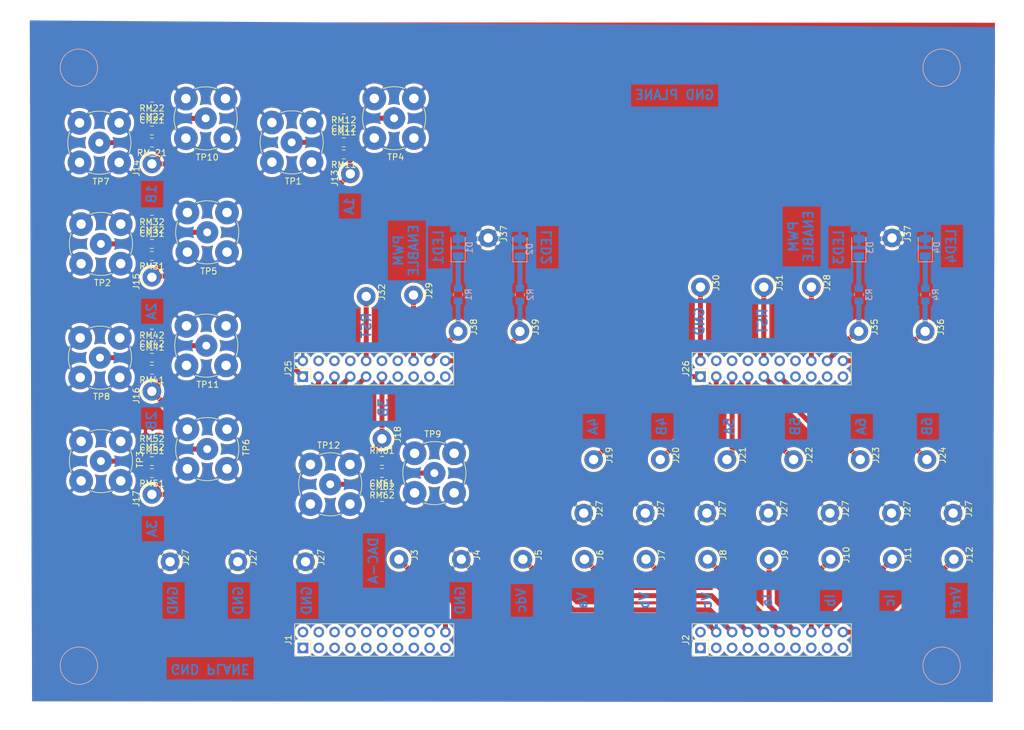
<source format=kicad_pcb>
(kicad_pcb (version 20171130) (host pcbnew "(5.1.4)-1")
  (title_block (title "Placa Medidas Convertidor Electrónico CC-CA") (date 2020-07-02) (rev JSP) (company ICAI))
  (layers (0 F.Cu signal) (31 B.Cu signal) (34 B.Paste user) (35 F.Paste user) (36 B.SilkS user) (37 F.SilkS user) (38 B.Mask user) (39 F.Mask user) (44 Edge.Cuts user))
  (net 0 "")
  (net 1 "Net-(J1-Pad20)")
  (net 2 "Net-(J1-Pad19)")
  (net 3 "Net-(J1-Pad18)")
  (net 4 "Net-(J1-Pad17)")
  (net 5 "Net-(J1-Pad16)")
  (net 6 "Net-(J1-Pad15)")
  (net 7 "Net-(J1-Pad14)")
  (net 8 "Net-(J1-Pad13)")
  (net 9 "Net-(J1-Pad12)")
  (net 10 "Net-(J1-Pad11)")
  (net 11 "Net-(J1-Pad10)")
  (net 12 "Net-(J1-Pad9)")
  (net 13 "Net-(J1-Pad8)")
  (net 14 "Net-(J1-Pad7)")
  (net 15 "Net-(J1-Pad6)")
  (net 16 "Net-(J1-Pad5)")
  (net 17 "Net-(J1-Pad4)")
  (net 18 "Net-(J1-Pad3)")
  (net 19 "Net-(J1-Pad2)")
  (net 20 "Net-(J12-Pad1)")
  (net 21 "Net-(J11-Pad1)")
  (net 22 "Net-(J10-Pad1)")
  (net 23 "Net-(J2-Pad17)")
  (net 24 "Net-(J2-Pad15)")
  (net 25 "Net-(J2-Pad14)")
  (net 26 "Net-(J2-Pad13)")
  (net 27 "Net-(J2-Pad12)")
  (net 28 "Net-(J2-Pad11)")
  (net 29 "Net-(J2-Pad10)")
  (net 30 "Net-(J2-Pad9)")
  (net 31 "Net-(J2-Pad8)")
  (net 32 "Net-(J2-Pad7)")
  (net 33 "Net-(J2-Pad6)")
  (net 34 "Net-(J2-Pad5)")
  (net 35 "Net-(J2-Pad3)")
  (net 36 "Net-(J2-Pad2)")
  (net 37 "Net-(J2-Pad1)")
  (net 38 "Net-(J19-Pad1)")
  (net 39 "Net-(J20-Pad1)")
  (net 40 "Net-(J21-Pad1)")
  (net 41 "Net-(J22-Pad1)")
  (net 42 "Net-(J23-Pad1)")
  (net 43 "Net-(J24-Pad1)")
  (net 44 "Net-(J25-Pad19)")
  (net 45 "Net-(J25-Pad17)")
  (net 46 "Net-(J25-Pad15)")
  (net 47 "Net-(J25-Pad14)")
  (net 48 "Net-(J25-Pad13)")
  (net 49 "Net-(J25-Pad12)")
  (net 50 "Net-(J25-Pad10)")
  (net 51 "Net-(J25-Pad8)")
  (net 52 "Net-(J26-Pad19)")
  (net 53 "Net-(J26-Pad17)")
  (net 54 "Net-(J26-Pad15)")
  (net 55 "Net-(J26-Pad14)")
  (net 56 "Net-(J26-Pad13)")
  (net 57 "Net-(J26-Pad12)")
  (net 58 "Net-(J26-Pad10)")
  (net 59 "Net-(J26-Pad8)")
  (net 60 "Net-(J2-Pad19)")
  (net 61 "Net-(J26-Pad6)")
  (net 62 "Net-(J26-Pad4)")
  (net 63 "Net-(J25-Pad6)")
  (net 64 "Net-(J25-Pad4)")
  (net 65 "Net-(D1-Pad1)")
  (net 66 "Net-(D2-Pad1)")
  (net 67 "Net-(D3-Pad1)")
  (net 68 "Net-(D4-Pad1)")
  (net 69 GND)
  (net 70 3.3)
  (net 71 led2)
  (net 72 led1)
  (net 73 led4)
  (net 74 led3)
  (net 75 "Net-(J26-Pad2)")
  (net 76 1A)
  (net 77 1B)
  (net 78 2A)
  (net 79 2B)
  (net 80 3A)
  (net 81 3B)
  (net 82 "Net-(CM11-Pad1)")
  (net 83 "Net-(CM12-Pad1)")
  (net 84 "Net-(CM21-Pad1)")
  (net 85 "Net-(CM22-Pad1)")
  (net 86 "Net-(CM31-Pad1)")
  (net 87 "Net-(CM32-Pad1)")
  (net 88 "Net-(CM41-Pad1)")
  (net 89 "Net-(CM42-Pad1)")
  (net 90 "Net-(CM51-Pad1)")
  (net 91 "Net-(CM52-Pad1)")
  (net 92 "Net-(CM61-Pad1)")
  (net 93 "Net-(CM62-Pad1)")
  (net 94 PWMEN)
  (net 95 PWMEN2)
  (module TestPoint:TestPoint_Loop_D2.54mm_Drill1.5mm_Beaded (layer F.Cu) (at 122.41 86.62 90)
    (fp_text reference J32 (at 0.7 2.5 90) (layer F.SilkS))
    (fp_text value Conn_01x01_Male)
    (pad 1 thru_hole circle (at 0 0 90) (size 3 3) (drill 1.5) (layers *.Cu *.Mask) (net 50 "Net-(J25-Pad10)"))
  )
  (module TestPoint:TestPoint_Loop_D2.54mm_Drill1.5mm_Beaded (layer F.Cu) (at 129.99 86.4 90)
    (fp_text reference J29 (at 0.7 2.5 90) (layer F.SilkS))
    (fp_text value Conn_01x01_Male)
    (pad 1 thru_hole circle (at 0 0 90) (size 3 3) (drill 1.5) (layers *.Cu *.Mask) (net 94 PWMEN))
  )
  (module TestPoint:TestPoint_Loop_D2.54mm_Drill1.5mm_Beaded (layer F.Cu) (at 124.94 109.48 90)
    (fp_text reference J18 (at 0.7 2.5 90) (layer F.SilkS))
    (fp_text value Conn_01x01_Male)
    (pad 1 thru_hole circle (at 0 0 90) (size 3 3) (drill 1.5) (layers *.Cu *.Mask) (net 81 3B))
  )
  (module Connector_Coaxial:BNC_TEConnectivity_1478204_Vertical (layer F.Cu) (at 116.64 116.78)
    (fp_text reference TP12 (at -0.25 -6.25) (layer F.SilkS))
    (fp_text value TestPoint)
    (pad 2 thru_hole circle (at 3.175 3.175) (size 3.81 3.81) (drill 1.524) (layers *.Cu *.Mask) (net 69 GND))
    (pad 2 thru_hole circle (at -3.175 3.175) (size 3.81 3.81) (drill 1.524) (layers *.Cu *.Mask) (net 69 GND))
    (pad 2 thru_hole circle (at 3.175 -3.175) (size 3.81 3.81) (drill 1.524) (layers *.Cu *.Mask) (net 69 GND))
    (pad 1 thru_hole circle (at 0 0) (size 3.556 3.556) (drill 1.27) (layers *.Cu *.Mask) (net 93 "Net-(CM62-Pad1)"))
    (pad 2 thru_hole circle (at -3.175 -3.175) (size 3.81 3.81) (drill 1.524) (layers *.Cu *.Mask) (net 69 GND))
  )
  (module Connector_Coaxial:BNC_TEConnectivity_1478204_Vertical (layer F.Cu) (at 96.76 94.523333 180)
    (fp_text reference TP11 (at -0.25 -6.25) (layer F.SilkS))
    (fp_text value TestPoint)
    (pad 2 thru_hole circle (at 3.175 3.175 180) (size 3.81 3.81) (drill 1.524) (layers *.Cu *.Mask) (net 69 GND))
    (pad 2 thru_hole circle (at -3.175 3.175 180) (size 3.81 3.81) (drill 1.524) (layers *.Cu *.Mask) (net 69 GND))
    (pad 2 thru_hole circle (at 3.175 -3.175 180) (size 3.81 3.81) (drill 1.524) (layers *.Cu *.Mask) (net 69 GND))
    (pad 1 thru_hole circle (at 0 0 180) (size 3.556 3.556) (drill 1.27) (layers *.Cu *.Mask) (net 89 "Net-(CM42-Pad1)"))
    (pad 2 thru_hole circle (at -3.175 -3.175 180) (size 3.81 3.81) (drill 1.524) (layers *.Cu *.Mask) (net 69 GND))
  )
  (module Connector_Coaxial:BNC_TEConnectivity_1478204_Vertical (layer F.Cu) (at 96.66 58.05 180)
    (fp_text reference TP10 (at -0.25 -6.25) (layer F.SilkS))
    (fp_text value TestPoint)
    (pad 2 thru_hole circle (at 3.175 3.175 180) (size 3.81 3.81) (drill 1.524) (layers *.Cu *.Mask) (net 69 GND))
    (pad 2 thru_hole circle (at -3.175 3.175 180) (size 3.81 3.81) (drill 1.524) (layers *.Cu *.Mask) (net 69 GND))
    (pad 2 thru_hole circle (at 3.175 -3.175 180) (size 3.81 3.81) (drill 1.524) (layers *.Cu *.Mask) (net 69 GND))
    (pad 1 thru_hole circle (at 0 0 180) (size 3.556 3.556) (drill 1.27) (layers *.Cu *.Mask) (net 85 "Net-(CM22-Pad1)"))
    (pad 2 thru_hole circle (at -3.175 -3.175 180) (size 3.81 3.81) (drill 1.524) (layers *.Cu *.Mask) (net 69 GND))
  )
  (module Connector_Coaxial:BNC_TEConnectivity_1478204_Vertical (layer F.Cu) (at 133.34 114.98)
    (fp_text reference TP9 (at -0.25 -6.25) (layer F.SilkS))
    (fp_text value TestPoint)
    (pad 2 thru_hole circle (at 3.175 3.175) (size 3.81 3.81) (drill 1.524) (layers *.Cu *.Mask) (net 69 GND))
    (pad 2 thru_hole circle (at -3.175 3.175) (size 3.81 3.81) (drill 1.524) (layers *.Cu *.Mask) (net 69 GND))
    (pad 2 thru_hole circle (at 3.175 -3.175) (size 3.81 3.81) (drill 1.524) (layers *.Cu *.Mask) (net 69 GND))
    (pad 1 thru_hole circle (at 0 0) (size 3.556 3.556) (drill 1.27) (layers *.Cu *.Mask) (net 92 "Net-(CM61-Pad1)"))
    (pad 2 thru_hole circle (at -3.175 -3.175) (size 3.81 3.81) (drill 1.524) (layers *.Cu *.Mask) (net 69 GND))
  )
  (module Connector_Coaxial:BNC_TEConnectivity_1478204_Vertical (layer F.Cu) (at 79.71 96.456666 180)
    (fp_text reference TP8 (at -0.25 -6.25) (layer F.SilkS))
    (fp_text value TestPoint)
    (pad 2 thru_hole circle (at 3.175 3.175 180) (size 3.81 3.81) (drill 1.524) (layers *.Cu *.Mask) (net 69 GND))
    (pad 2 thru_hole circle (at -3.175 3.175 180) (size 3.81 3.81) (drill 1.524) (layers *.Cu *.Mask) (net 69 GND))
    (pad 2 thru_hole circle (at 3.175 -3.175 180) (size 3.81 3.81) (drill 1.524) (layers *.Cu *.Mask) (net 69 GND))
    (pad 1 thru_hole circle (at 0 0 180) (size 3.556 3.556) (drill 1.27) (layers *.Cu *.Mask) (net 88 "Net-(CM41-Pad1)"))
    (pad 2 thru_hole circle (at -3.175 -3.175 180) (size 3.81 3.81) (drill 1.524) (layers *.Cu *.Mask) (net 69 GND))
  )
  (module Connector_Coaxial:BNC_TEConnectivity_1478204_Vertical (layer F.Cu) (at 79.61 61.95 180)
    (fp_text reference TP7 (at -0.25 -6.25) (layer F.SilkS))
    (fp_text value TestPoint)
    (pad 2 thru_hole circle (at 3.175 3.175 180) (size 3.81 3.81) (drill 1.524) (layers *.Cu *.Mask) (net 69 GND))
    (pad 2 thru_hole circle (at -3.175 3.175 180) (size 3.81 3.81) (drill 1.524) (layers *.Cu *.Mask) (net 69 GND))
    (pad 2 thru_hole circle (at 3.175 -3.175 180) (size 3.81 3.81) (drill 1.524) (layers *.Cu *.Mask) (net 69 GND))
    (pad 1 thru_hole circle (at 0 0 180) (size 3.556 3.556) (drill 1.27) (layers *.Cu *.Mask) (net 84 "Net-(CM21-Pad1)"))
    (pad 2 thru_hole circle (at -3.175 -3.175 180) (size 3.81 3.81) (drill 1.524) (layers *.Cu *.Mask) (net 69 GND))
  )
  (module Connector_Coaxial:BNC_TEConnectivity_1478204_Vertical (layer F.Cu) (at 96.91 111.123333 270)
    (fp_text reference TP6 (at -0.25 -6.25 90) (layer F.SilkS))
    (fp_text value TestPoint)
    (pad 2 thru_hole circle (at 3.175 3.175 270) (size 3.81 3.81) (drill 1.524) (layers *.Cu *.Mask) (net 69 GND))
    (pad 2 thru_hole circle (at -3.175 3.175 270) (size 3.81 3.81) (drill 1.524) (layers *.Cu *.Mask) (net 69 GND))
    (pad 2 thru_hole circle (at 3.175 -3.175 270) (size 3.81 3.81) (drill 1.524) (layers *.Cu *.Mask) (net 69 GND))
    (pad 1 thru_hole circle (at 0 0 270) (size 3.556 3.556) (drill 1.27) (layers *.Cu *.Mask) (net 91 "Net-(CM52-Pad1)"))
    (pad 2 thru_hole circle (at -3.175 -3.175 270) (size 3.81 3.81) (drill 1.524) (layers *.Cu *.Mask) (net 69 GND))
  )
  (module Connector_Coaxial:BNC_TEConnectivity_1478204_Vertical (layer F.Cu) (at 96.91 76.34 180)
    (fp_text reference TP5 (at -0.25 -6.25) (layer F.SilkS))
    (fp_text value TestPoint)
    (pad 2 thru_hole circle (at 3.175 3.175 180) (size 3.81 3.81) (drill 1.524) (layers *.Cu *.Mask) (net 69 GND))
    (pad 2 thru_hole circle (at -3.175 3.175 180) (size 3.81 3.81) (drill 1.524) (layers *.Cu *.Mask) (net 69 GND))
    (pad 2 thru_hole circle (at 3.175 -3.175 180) (size 3.81 3.81) (drill 1.524) (layers *.Cu *.Mask) (net 69 GND))
    (pad 1 thru_hole circle (at 0 0 180) (size 3.556 3.556) (drill 1.27) (layers *.Cu *.Mask) (net 87 "Net-(CM32-Pad1)"))
    (pad 2 thru_hole circle (at -3.175 -3.175 180) (size 3.81 3.81) (drill 1.524) (layers *.Cu *.Mask) (net 69 GND))
  )
  (module Connector_Coaxial:BNC_TEConnectivity_1478204_Vertical (layer F.Cu) (at 126.885 58.025 180)
    (fp_text reference TP4 (at -0.25 -6.25) (layer F.SilkS))
    (fp_text value TestPoint)
    (pad 2 thru_hole circle (at 3.175 3.175 180) (size 3.81 3.81) (drill 1.524) (layers *.Cu *.Mask) (net 69 GND))
    (pad 2 thru_hole circle (at -3.175 3.175 180) (size 3.81 3.81) (drill 1.524) (layers *.Cu *.Mask) (net 69 GND))
    (pad 2 thru_hole circle (at 3.175 -3.175 180) (size 3.81 3.81) (drill 1.524) (layers *.Cu *.Mask) (net 69 GND))
    (pad 1 thru_hole circle (at 0 0 180) (size 3.556 3.556) (drill 1.27) (layers *.Cu *.Mask) (net 83 "Net-(CM12-Pad1)"))
    (pad 2 thru_hole circle (at -3.175 -3.175 180) (size 3.81 3.81) (drill 1.524) (layers *.Cu *.Mask) (net 69 GND))
  )
  (module Connector_Coaxial:BNC_TEConnectivity_1478204_Vertical (layer F.Cu) (at 79.86 113.056666 270)
    (fp_text reference TP3 (at -0.25 -6.25 90) (layer F.SilkS))
    (fp_text value TestPoint)
    (pad 2 thru_hole circle (at 3.175 3.175 270) (size 3.81 3.81) (drill 1.524) (layers *.Cu *.Mask) (net 69 GND))
    (pad 2 thru_hole circle (at -3.175 3.175 270) (size 3.81 3.81) (drill 1.524) (layers *.Cu *.Mask) (net 69 GND))
    (pad 2 thru_hole circle (at 3.175 -3.175 270) (size 3.81 3.81) (drill 1.524) (layers *.Cu *.Mask) (net 69 GND))
    (pad 1 thru_hole circle (at 0 0 270) (size 3.556 3.556) (drill 1.27) (layers *.Cu *.Mask) (net 90 "Net-(CM51-Pad1)"))
    (pad 2 thru_hole circle (at -3.175 -3.175 270) (size 3.81 3.81) (drill 1.524) (layers *.Cu *.Mask) (net 69 GND))
  )
  (module Connector_Coaxial:BNC_TEConnectivity_1478204_Vertical (layer F.Cu) (at 79.86 78.196666 180)
    (fp_text reference TP2 (at -0.25 -6.25) (layer F.SilkS))
    (fp_text value TestPoint)
    (pad 2 thru_hole circle (at 3.175 3.175 180) (size 3.81 3.81) (drill 1.524) (layers *.Cu *.Mask) (net 69 GND))
    (pad 2 thru_hole circle (at -3.175 3.175 180) (size 3.81 3.81) (drill 1.524) (layers *.Cu *.Mask) (net 69 GND))
    (pad 2 thru_hole circle (at 3.175 -3.175 180) (size 3.81 3.81) (drill 1.524) (layers *.Cu *.Mask) (net 69 GND))
    (pad 1 thru_hole circle (at 0 0 180) (size 3.556 3.556) (drill 1.27) (layers *.Cu *.Mask) (net 86 "Net-(CM31-Pad1)"))
    (pad 2 thru_hole circle (at -3.175 -3.175 180) (size 3.81 3.81) (drill 1.524) (layers *.Cu *.Mask) (net 69 GND))
  )
  (module Connector_Coaxial:BNC_TEConnectivity_1478204_Vertical (layer F.Cu) (at 110.46 61.896666 180)
    (fp_text reference TP1 (at -0.25 -6.25) (layer F.SilkS))
    (fp_text value TestPoint)
    (pad 2 thru_hole circle (at 3.175 3.175 180) (size 3.81 3.81) (drill 1.524) (layers *.Cu *.Mask) (net 69 GND))
    (pad 2 thru_hole circle (at -3.175 3.175 180) (size 3.81 3.81) (drill 1.524) (layers *.Cu *.Mask) (net 69 GND))
    (pad 2 thru_hole circle (at 3.175 -3.175 180) (size 3.81 3.81) (drill 1.524) (layers *.Cu *.Mask) (net 69 GND))
    (pad 1 thru_hole circle (at 0 0 180) (size 3.556 3.556) (drill 1.27) (layers *.Cu *.Mask) (net 82 "Net-(CM11-Pad1)"))
    (pad 2 thru_hole circle (at -3.175 -3.175 180) (size 3.81 3.81) (drill 1.524) (layers *.Cu *.Mask) (net 69 GND))
  )
  (module TestPoint:TestPoint_Loop_D2.54mm_Drill1.5mm_Beaded (layer F.Cu) (at 88.0375 65.35 270)
    (fp_text reference J14 (at 0.7 2.5 90) (layer F.SilkS))
    (fp_text value Conn_01x01_Male)
    (pad 1 thru_hole circle (at 0 0 270) (size 3 3) (drill 1.5) (layers *.Cu *.Mask) (net 77 1B))
  )
  (module TestPoint:TestPoint_Loop_D2.54mm_Drill1.5mm_Beaded (layer F.Cu) (at 88.0375 101.85 270)
    (fp_text reference J16 (at 0.7 2.5 90) (layer F.SilkS))
    (fp_text value Conn_01x01_Male)
    (pad 1 thru_hole circle (at 0 0 270) (size 3 3) (drill 1.5) (layers *.Cu *.Mask) (net 79 2B))
  )
  (module TestPoint:TestPoint_Loop_D2.54mm_Drill1.5mm_Beaded (layer F.Cu) (at 88.0375 83.55 270)
    (fp_text reference J15 (at 0.7 2.5 90) (layer F.SilkS))
    (fp_text value Conn_01x01_Male)
    (pad 1 thru_hole circle (at 0 0 270) (size 3 3) (drill 1.5) (layers *.Cu *.Mask) (net 78 2A))
  )
  (module TestPoint:TestPoint_Loop_D2.54mm_Drill1.5mm_Beaded (layer F.Cu) (at 88.0375 118.4 270)
    (fp_text reference J17 (at 0.7 2.5 90) (layer F.SilkS))
    (fp_text value Conn_01x01_Male)
    (pad 1 thru_hole circle (at 0 0 270) (size 3 3) (drill 1.5) (layers *.Cu *.Mask) (net 80 3A))
  )
  (module TestPoint:TestPoint_Loop_D2.54mm_Drill1.5mm_Beaded (layer F.Cu) (at 119.86 66.95 270)
    (fp_text reference J13 (at 0.7 2.5 90) (layer F.SilkS))
    (fp_text value Conn_01x01_Male)
    (pad 1 thru_hole circle (at 0 0 270) (size 3 3) (drill 1.5) (layers *.Cu *.Mask) (net 76 1A))
  )
  (module Resistor_SMD:R_0805_2012Metric_Pad1.15x1.40mm_HandSolder (layer F.Cu) (at 88.0375 98.39 180)
    (fp_text reference RM41 (at 0 -1.65) (layer F.SilkS))
    (fp_text value R)
    (pad 2 smd roundrect (at 1.025 0 180) (size 1.15 1.4) (layers F.Cu F.Paste F.Mask) (roundrect_rratio 0.217391) (net 88 "Net-(CM41-Pad1)"))
    (pad 1 smd roundrect (at -1.025 0 180) (size 1.15 1.4) (layers F.Cu F.Paste F.Mask) (roundrect_rratio 0.217391) (net 79 2B))
  )
  (module Resistor_SMD:R_0805_2012Metric_Pad1.15x1.40mm_HandSolder (layer F.Cu) (at 88.0375 80.13 180)
    (fp_text reference RM31 (at 0 -1.65) (layer F.SilkS))
    (fp_text value R)
    (pad 2 smd roundrect (at 1.025 0 180) (size 1.15 1.4) (layers F.Cu F.Paste F.Mask) (roundrect_rratio 0.217391) (net 86 "Net-(CM31-Pad1)"))
    (pad 1 smd roundrect (at -1.025 0 180) (size 1.15 1.4) (layers F.Cu F.Paste F.Mask) (roundrect_rratio 0.217391) (net 78 2A))
  )
  (module Resistor_SMD:R_0805_2012Metric_Pad1.15x1.40mm_HandSolder (layer F.Cu) (at 88.0375 94.523333)
    (fp_text reference RM42 (at 0 -1.65) (layer F.SilkS))
    (fp_text value R)
    (pad 2 smd roundrect (at 1.025 0) (size 1.15 1.4) (layers F.Cu F.Paste F.Mask) (roundrect_rratio 0.217391) (net 89 "Net-(CM42-Pad1)"))
    (pad 1 smd roundrect (at -1.025 0) (size 1.15 1.4) (layers F.Cu F.Paste F.Mask) (roundrect_rratio 0.217391) (net 88 "Net-(CM41-Pad1)"))
  )
  (module Resistor_SMD:R_0805_2012Metric_Pad1.15x1.40mm_HandSolder (layer F.Cu) (at 88.0375 111.123333)
    (fp_text reference RM52 (at 0 -1.65) (layer F.SilkS))
    (fp_text value R)
    (pad 2 smd roundrect (at 1.025 0) (size 1.15 1.4) (layers F.Cu F.Paste F.Mask) (roundrect_rratio 0.217391) (net 91 "Net-(CM52-Pad1)"))
    (pad 1 smd roundrect (at -1.025 0) (size 1.15 1.4) (layers F.Cu F.Paste F.Mask) (roundrect_rratio 0.217391) (net 90 "Net-(CM51-Pad1)"))
  )
  (module Resistor_SMD:R_0805_2012Metric_Pad1.15x1.40mm_HandSolder (layer F.Cu) (at 88.0375 114.99 180)
    (fp_text reference RM51 (at 0 -1.65) (layer F.SilkS))
    (fp_text value R)
    (pad 2 smd roundrect (at 1.025 0 180) (size 1.15 1.4) (layers F.Cu F.Paste F.Mask) (roundrect_rratio 0.217391) (net 90 "Net-(CM51-Pad1)"))
    (pad 1 smd roundrect (at -1.025 0 180) (size 1.15 1.4) (layers F.Cu F.Paste F.Mask) (roundrect_rratio 0.217391) (net 80 3A))
  )
  (module Capacitor_SMD:C_0805_2012Metric_Pad1.15x1.40mm_HandSolder (layer F.Cu) (at 88.0375 78.196666)
    (fp_text reference CM31 (at 0 -1.65) (layer F.SilkS))
    (fp_text value CP)
    (pad 2 smd roundrect (at 1.025 0) (size 1.15 1.4) (layers F.Cu F.Paste F.Mask) (roundrect_rratio 0.217391) (net 69 GND))
    (pad 1 smd roundrect (at -1.025 0) (size 1.15 1.4) (layers F.Cu F.Paste F.Mask) (roundrect_rratio 0.217391) (net 86 "Net-(CM31-Pad1)"))
  )
  (module Capacitor_SMD:C_0805_2012Metric_Pad1.15x1.40mm_HandSolder (layer F.Cu) (at 88.0375 96.456666)
    (fp_text reference CM41 (at 0 -1.65) (layer F.SilkS))
    (fp_text value CP)
    (pad 2 smd roundrect (at 1.025 0) (size 1.15 1.4) (layers F.Cu F.Paste F.Mask) (roundrect_rratio 0.217391) (net 69 GND))
    (pad 1 smd roundrect (at -1.025 0) (size 1.15 1.4) (layers F.Cu F.Paste F.Mask) (roundrect_rratio 0.217391) (net 88 "Net-(CM41-Pad1)"))
  )
  (module Capacitor_SMD:C_0805_2012Metric_Pad1.15x1.40mm_HandSolder (layer F.Cu) (at 88.0375 113.056666)
    (fp_text reference CM51 (at 0 -1.65) (layer F.SilkS))
    (fp_text value CP)
    (pad 2 smd roundrect (at 1.025 0) (size 1.15 1.4) (layers F.Cu F.Paste F.Mask) (roundrect_rratio 0.217391) (net 69 GND))
    (pad 1 smd roundrect (at -1.025 0) (size 1.15 1.4) (layers F.Cu F.Paste F.Mask) (roundrect_rratio 0.217391) (net 90 "Net-(CM51-Pad1)"))
  )
  (module Resistor_SMD:R_0805_2012Metric_Pad1.15x1.40mm_HandSolder (layer F.Cu) (at 88.0375 76.34)
    (fp_text reference RM32 (at 0 -1.65) (layer F.SilkS))
    (fp_text value R)
    (pad 1 smd roundrect (at -1.025 0) (size 1.15 1.4) (layers F.Cu F.Paste F.Mask) (roundrect_rratio 0.217391) (net 86 "Net-(CM31-Pad1)"))
    (pad 2 smd roundrect (at 1.025 0) (size 1.15 1.4) (layers F.Cu F.Paste F.Mask) (roundrect_rratio 0.217391) (net 87 "Net-(CM32-Pad1)"))
  )
  (module Resistor_SMD:R_0805_2012Metric_Pad1.15x1.40mm_HandSolder (layer F.Cu) (at 88.0375 61.94 180)
    (fp_text reference RM_21 (at 0 -1.65) (layer F.SilkS))
    (fp_text value R)
    (pad 2 smd roundrect (at 1.025 0 180) (size 1.15 1.4) (layers F.Cu F.Paste F.Mask) (roundrect_rratio 0.217391) (net 84 "Net-(CM21-Pad1)"))
    (pad 1 smd roundrect (at -1.025 0 180) (size 1.15 1.4) (layers F.Cu F.Paste F.Mask) (roundrect_rratio 0.217391) (net 77 1B))
  )
  (module Resistor_SMD:R_0805_2012Metric_Pad1.15x1.40mm_HandSolder (layer F.Cu) (at 124.94345 116.886667 180)
    (fp_text reference RM62 (at 0 -1.65) (layer F.SilkS))
    (fp_text value R)
    (pad 2 smd roundrect (at 1.025 0 180) (size 1.15 1.4) (layers F.Cu F.Paste F.Mask) (roundrect_rratio 0.217391) (net 93 "Net-(CM62-Pad1)"))
    (pad 1 smd roundrect (at -1.025 0 180) (size 1.15 1.4) (layers F.Cu F.Paste F.Mask) (roundrect_rratio 0.217391) (net 92 "Net-(CM61-Pad1)"))
  )
  (module Resistor_SMD:R_0805_2012Metric_Pad1.15x1.40mm_HandSolder (layer F.Cu) (at 124.94345 113.02)
    (fp_text reference RM61 (at 0 -1.65) (layer F.SilkS))
    (fp_text value R)
    (pad 2 smd roundrect (at 1.025 0) (size 1.15 1.4) (layers F.Cu F.Paste F.Mask) (roundrect_rratio 0.217391) (net 92 "Net-(CM61-Pad1)"))
    (pad 1 smd roundrect (at -1.025 0) (size 1.15 1.4) (layers F.Cu F.Paste F.Mask) (roundrect_rratio 0.217391) (net 81 3B))
  )
  (module Resistor_SMD:R_0805_2012Metric_Pad1.15x1.40mm_HandSolder (layer F.Cu) (at 88.0375 58.073333)
    (fp_text reference RM22 (at 0 -1.65) (layer F.SilkS))
    (fp_text value R)
    (pad 2 smd roundrect (at 1.025 0) (size 1.15 1.4) (layers F.Cu F.Paste F.Mask) (roundrect_rratio 0.217391) (net 85 "Net-(CM22-Pad1)"))
    (pad 1 smd roundrect (at -1.025 0) (size 1.15 1.4) (layers F.Cu F.Paste F.Mask) (roundrect_rratio 0.217391) (net 84 "Net-(CM21-Pad1)"))
  )
  (module Resistor_SMD:R_0805_2012Metric_Pad1.15x1.40mm_HandSolder (layer F.Cu) (at 118.805 59.963333)
    (fp_text reference RM12 (at 0 -1.65) (layer F.SilkS))
    (fp_text value R)
    (pad 2 smd roundrect (at 1.025 0) (size 1.15 1.4) (layers F.Cu F.Paste F.Mask) (roundrect_rratio 0.217391) (net 83 "Net-(CM12-Pad1)"))
    (pad 1 smd roundrect (at -1.025 0) (size 1.15 1.4) (layers F.Cu F.Paste F.Mask) (roundrect_rratio 0.217391) (net 82 "Net-(CM11-Pad1)"))
  )
  (module Resistor_SMD:R_0805_2012Metric_Pad1.15x1.40mm_HandSolder (layer F.Cu) (at 118.805 63.83 180)
    (fp_text reference RM11 (at 0 -1.65) (layer F.SilkS))
    (fp_text value R)
    (pad 2 smd roundrect (at 1.025 0 180) (size 1.15 1.4) (layers F.Cu F.Paste F.Mask) (roundrect_rratio 0.217391) (net 82 "Net-(CM11-Pad1)"))
    (pad 1 smd roundrect (at -1.025 0 180) (size 1.15 1.4) (layers F.Cu F.Paste F.Mask) (roundrect_rratio 0.217391) (net 76 1A))
  )
  (module Resistor_SMD:R_0805_2012Metric_Pad1.15x1.40mm_HandSolder (layer B.Cu) (at 212.086 86.3385 90)
    (fp_text reference R4 (at 0 1.65 90) (layer B.SilkS) (effects (justify mirror)))
    (fp_text value R)
    (pad 2 smd roundrect (at 1.025 0 90) (size 1.15 1.4) (layers B.Cu B.Paste B.Mask) (roundrect_rratio 0.217391) (net 68 "Net-(D4-Pad1)"))
    (pad 1 smd roundrect (at -1.025 0 90) (size 1.15 1.4) (layers B.Cu B.Paste B.Mask) (roundrect_rratio 0.217391) (net 73 led4))
  )
  (module Resistor_SMD:R_0805_2012Metric_Pad1.15x1.40mm_HandSolder (layer B.Cu) (at 201.418 86.3385 90)
    (fp_text reference R3 (at 0 1.65 90) (layer B.SilkS) (effects (justify mirror)))
    (fp_text value R)
    (pad 2 smd roundrect (at 1.025 0 90) (size 1.15 1.4) (layers B.Cu B.Paste B.Mask) (roundrect_rratio 0.217391) (net 67 "Net-(D3-Pad1)"))
    (pad 1 smd roundrect (at -1.025 0 90) (size 1.15 1.4) (layers B.Cu B.Paste B.Mask) (roundrect_rratio 0.217391) (net 74 led3))
  )
  (module Resistor_SMD:R_0805_2012Metric_Pad1.15x1.40mm_HandSolder (layer B.Cu) (at 147.062 86.3385 90)
    (fp_text reference R2 (at 0 1.65 90) (layer B.SilkS) (effects (justify mirror)))
    (fp_text value R)
    (pad 2 smd roundrect (at 1.025 0 90) (size 1.15 1.4) (layers B.Cu B.Paste B.Mask) (roundrect_rratio 0.217391) (net 66 "Net-(D2-Pad1)"))
    (pad 1 smd roundrect (at -1.025 0 90) (size 1.15 1.4) (layers B.Cu B.Paste B.Mask) (roundrect_rratio 0.217391) (net 71 led2))
  )
  (module Resistor_SMD:R_0805_2012Metric_Pad1.15x1.40mm_HandSolder (layer B.Cu) (at 137.156 86.3385 90)
    (fp_text reference R1 (at 0 1.65 90) (layer B.SilkS) (effects (justify mirror)))
    (fp_text value R)
    (pad 2 smd roundrect (at 1.025 0 90) (size 1.15 1.4) (layers B.Cu B.Paste B.Mask) (roundrect_rratio 0.217391) (net 65 "Net-(D1-Pad1)"))
    (pad 1 smd roundrect (at -1.025 0 90) (size 1.15 1.4) (layers B.Cu B.Paste B.Mask) (roundrect_rratio 0.217391) (net 72 led1))
  )
  (module TestPoint:TestPoint_Loop_D2.54mm_Drill1.5mm_Beaded (layer F.Cu) (at 147.062 92.236 90)
    (fp_text reference J39 (at 0.7 2.5 90) (layer F.SilkS))
    (fp_text value Conn_01x01_Male)
    (pad 1 thru_hole circle (at 0 0 90) (size 3 3) (drill 1.5) (layers *.Cu *.Mask) (net 71 led2))
  )
  (module TestPoint:TestPoint_Loop_D2.54mm_Drill1.5mm_Beaded (layer F.Cu) (at 137.156 92.236 90)
    (fp_text reference J38 (at 0.7 2.5 90) (layer F.SilkS))
    (fp_text value Conn_01x01_Male)
    (pad 1 thru_hole circle (at 0 0 90) (size 3 3) (drill 1.5) (layers *.Cu *.Mask) (net 72 led1))
  )
  (module TestPoint:TestPoint_Loop_D2.54mm_Drill1.5mm_Beaded (layer F.Cu) (at 141.982 77.25 90)
    (fp_text reference J37 (at 0.7 2.5 90) (layer F.SilkS))
    (fp_text value Conn_01x01_Male)
    (pad 1 thru_hole circle (at 0 0 90) (size 3 3) (drill 1.5) (layers *.Cu *.Mask) (net 69 GND))
  )
  (module TestPoint:TestPoint_Loop_D2.54mm_Drill1.5mm_Beaded (layer F.Cu) (at 206.752 77.25 90)
    (fp_text reference J37 (at 0.7 2.5 90) (layer F.SilkS))
    (fp_text value Conn_01x01_Male)
    (pad 1 thru_hole circle (at 0 0 90) (size 3 3) (drill 1.5) (layers *.Cu *.Mask) (net 69 GND))
  )
  (module TestPoint:TestPoint_Loop_D2.54mm_Drill1.5mm_Beaded (layer F.Cu) (at 212.06 92.236 90)
    (fp_text reference J36 (at 0.7 2.5 90) (layer F.SilkS))
    (fp_text value Conn_01x01_Male)
    (pad 1 thru_hole circle (at 0 0 90) (size 3 3) (drill 1.5) (layers *.Cu *.Mask) (net 73 led4))
  )
  (module TestPoint:TestPoint_Loop_D2.54mm_Drill1.5mm_Beaded (layer F.Cu) (at 201.418 92.236 90)
    (fp_text reference J35 (at 0.7 2.5 90) (layer F.SilkS))
    (fp_text value Conn_01x01_Male)
    (pad 1 thru_hole circle (at 0 0 90) (size 3 3) (drill 1.5) (layers *.Cu *.Mask) (net 74 led3))
  )
  (module TestPoint:TestPoint_Loop_D2.54mm_Drill1.5mm_Beaded (layer F.Cu) (at 186.178 85.124 90)
    (fp_text reference J31 (at 0.7 2.5 90) (layer F.SilkS))
    (fp_text value Conn_01x01_Male)
    (pad 1 thru_hole circle (at 0 0 90) (size 3 3) (drill 1.5) (layers *.Cu *.Mask) (net 58 "Net-(J26-Pad10)"))
  )
  (module TestPoint:TestPoint_Loop_D2.54mm_Drill1.5mm_Beaded (layer F.Cu) (at 176.018 85.124 90)
    (fp_text reference J30 (at 0.7 2.5 90) (layer F.SilkS))
    (fp_text value Conn_01x01_Male)
    (pad 1 thru_hole circle (at 0 0 90) (size 3 3) (drill 1.5) (layers *.Cu *.Mask) (net 75 "Net-(J26-Pad2)"))
  )
  (module TestPoint:TestPoint_Loop_D2.54mm_Drill1.5mm_Beaded (layer F.Cu) (at 193.81 85.124 90)
    (fp_text reference J28 (at 0.7 2.5 90) (layer F.SilkS))
    (fp_text value Conn_01x01_Male)
    (pad 1 thru_hole circle (at 0 0 90) (size 3 3) (drill 1.5) (layers *.Cu *.Mask) (net 95 PWMEN2))
  )
  (module TestPoint:TestPoint_Loop_D2.54mm_Drill1.5mm_Beaded (layer F.Cu) (at 90.955 129.21 90)
    (fp_text reference J27 (at 0.7 2.5 90) (layer F.SilkS))
    (fp_text value Conn_01x01_Male)
    (pad 1 thru_hole circle (at 0 0 90) (size 3 3) (drill 1.5) (layers *.Cu *.Mask) (net 69 GND))
  )
  (module TestPoint:TestPoint_Loop_D2.54mm_Drill1.5mm_Beaded (layer F.Cu) (at 101.815423 129.21 90)
    (fp_text reference J27 (at 0.7 2.5 90) (layer F.SilkS))
    (fp_text value Conn_01x01_Male)
    (pad 1 thru_hole circle (at 0 0 90) (size 3 3) (drill 1.5) (layers *.Cu *.Mask) (net 69 GND))
  )
  (module TestPoint:TestPoint_Loop_D2.54mm_Drill1.5mm_Beaded (layer F.Cu) (at 112.675846 129.21 90)
    (fp_text reference J27 (at 0.7 2.5 90) (layer F.SilkS))
    (fp_text value Conn_01x01_Male)
    (pad 1 thru_hole circle (at 0 0 90) (size 3 3) (drill 1.5) (layers *.Cu *.Mask) (net 69 GND))
  )
  (module TestPoint:TestPoint_Loop_D2.54mm_Drill1.5mm_Beaded (layer F.Cu) (at 157.2975 121.41 90)
    (fp_text reference J27 (at 0.7 2.5 90) (layer F.SilkS))
    (fp_text value Conn_01x01_Male)
    (pad 1 thru_hole circle (at 0 0 90) (size 3 3) (drill 1.5) (layers *.Cu *.Mask) (net 69 GND))
  )
  (module TestPoint:TestPoint_Loop_D2.54mm_Drill1.5mm_Beaded (layer F.Cu) (at 167.17175 121.41 90)
    (fp_text reference J27 (at 0.7 2.5 90) (layer F.SilkS))
    (fp_text value Conn_01x01_Male)
    (pad 1 thru_hole circle (at 0 0 90) (size 3 3) (drill 1.5) (layers *.Cu *.Mask) (net 69 GND))
  )
  (module TestPoint:TestPoint_Loop_D2.54mm_Drill1.5mm_Beaded (layer F.Cu) (at 177.046 121.41 90)
    (fp_text reference J27 (at 0.7 2.5 90) (layer F.SilkS))
    (fp_text value Conn_01x01_Male)
    (pad 1 thru_hole circle (at 0 0 90) (size 3 3) (drill 1.5) (layers *.Cu *.Mask) (net 69 GND))
  )
  (module TestPoint:TestPoint_Loop_D2.54mm_Drill1.5mm_Beaded (layer F.Cu) (at 186.92025 121.41 90)
    (fp_text reference J27 (at 0.7 2.5 90) (layer F.SilkS))
    (fp_text value Conn_01x01_Male)
    (pad 1 thru_hole circle (at 0 0 90) (size 3 3) (drill 1.5) (layers *.Cu *.Mask) (net 69 GND))
  )
  (module TestPoint:TestPoint_Loop_D2.54mm_Drill1.5mm_Beaded (layer F.Cu) (at 196.7945 121.41 90)
    (fp_text reference J27 (at 0.7 2.5 90) (layer F.SilkS))
    (fp_text value Conn_01x01_Male)
    (pad 1 thru_hole circle (at 0 0 90) (size 3 3) (drill 1.5) (layers *.Cu *.Mask) (net 69 GND))
  )
  (module TestPoint:TestPoint_Loop_D2.54mm_Drill1.5mm_Beaded (layer F.Cu) (at 206.66875 121.41 90)
    (fp_text reference J27 (at 0.7 2.5 90) (layer F.SilkS))
    (fp_text value Conn_01x01_Male)
    (pad 1 thru_hole circle (at 0 0 90) (size 3 3) (drill 1.5) (layers *.Cu *.Mask) (net 69 GND))
  )
  (module TestPoint:TestPoint_Loop_D2.54mm_Drill1.5mm_Beaded (layer F.Cu) (at 216.543 121.41 90)
    (fp_text reference J27 (at 0.7 2.5 90) (layer F.SilkS))
    (fp_text value Conn_01x01_Male)
    (pad 1 thru_hole circle (at 0 0 90) (size 3 3) (drill 1.5) (layers *.Cu *.Mask) (net 69 GND))
  )
  (module TestPoint:TestPoint_Loop_D2.54mm_Drill1.5mm_Beaded (layer F.Cu) (at 212.34 112.81 90)
    (fp_text reference J24 (at 0.7 2.5 90) (layer F.SilkS))
    (fp_text value Conn_01x01_Male)
    (pad 1 thru_hole circle (at 0 0 90) (size 3 3) (drill 1.5) (layers *.Cu *.Mask) (net 43 "Net-(J24-Pad1)"))
  )
  (module TestPoint:TestPoint_Loop_D2.54mm_Drill1.5mm_Beaded (layer F.Cu) (at 201.6489 112.81 90)
    (fp_text reference J23 (at 0.7 2.5 90) (layer F.SilkS))
    (fp_text value Conn_01x01_Male)
    (pad 1 thru_hole circle (at 0 0 90) (size 3 3) (drill 1.5) (layers *.Cu *.Mask) (net 42 "Net-(J23-Pad1)"))
  )
  (module TestPoint:TestPoint_Loop_D2.54mm_Drill1.5mm_Beaded (layer F.Cu) (at 190.95781 112.81 90)
    (fp_text reference J22 (at 0.7 2.5 90) (layer F.SilkS))
    (fp_text value Conn_01x01_Male)
    (pad 1 thru_hole circle (at 0 0 90) (size 3 3) (drill 1.5) (layers *.Cu *.Mask) (net 41 "Net-(J22-Pad1)"))
  )
  (module TestPoint:TestPoint_Loop_D2.54mm_Drill1.5mm_Beaded (layer F.Cu) (at 180.26672 112.81 90)
    (fp_text reference J21 (at 0.7 2.5 90) (layer F.SilkS))
    (fp_text value Conn_01x01_Male)
    (pad 1 thru_hole circle (at 0 0 90) (size 3 3) (drill 1.5) (layers *.Cu *.Mask) (net 40 "Net-(J21-Pad1)"))
  )
  (module TestPoint:TestPoint_Loop_D2.54mm_Drill1.5mm_Beaded (layer F.Cu) (at 169.57563 112.81 90)
    (fp_text reference J20 (at 0.7 2.5 90) (layer F.SilkS))
    (fp_text value Conn_01x01_Male)
    (pad 1 thru_hole circle (at 0 0 90) (size 3 3) (drill 1.5) (layers *.Cu *.Mask) (net 39 "Net-(J20-Pad1)"))
  )
  (module TestPoint:TestPoint_Loop_D2.54mm_Drill1.5mm_Beaded (layer F.Cu) (at 158.88454 112.81 90)
    (fp_text reference J19 (at 0.7 2.5 90) (layer F.SilkS))
    (fp_text value Conn_01x01_Male)
    (pad 1 thru_hole circle (at 0 0 90) (size 3 3) (drill 1.5) (layers *.Cu *.Mask) (net 38 "Net-(J19-Pad1)"))
  )
  (module TestPoint:TestPoint_Loop_D2.54mm_Drill1.5mm_Beaded (layer F.Cu) (at 216.658 128.812 90)
    (fp_text reference J12 (at 0.7 2.5 90) (layer F.SilkS))
    (fp_text value Conn_01x01_Male)
    (pad 1 thru_hole circle (at 0 0 90) (size 3 3) (drill 1.5) (layers *.Cu *.Mask) (net 20 "Net-(J12-Pad1)"))
  )
  (module TestPoint:TestPoint_Loop_D2.54mm_Drill1.5mm_Beaded (layer F.Cu) (at 206.78375 128.812 90)
    (fp_text reference J11 (at 0.7 2.5 90) (layer F.SilkS))
    (fp_text value Conn_01x01_Male)
    (pad 1 thru_hole circle (at 0 0 90) (size 3 3) (drill 1.5) (layers *.Cu *.Mask) (net 21 "Net-(J11-Pad1)"))
  )
  (module TestPoint:TestPoint_Loop_D2.54mm_Drill1.5mm_Beaded (layer F.Cu) (at 196.9095 128.812 90)
    (fp_text reference J10 (at 0.7 2.5 90) (layer F.SilkS))
    (fp_text value Conn_01x01_Male)
    (pad 1 thru_hole circle (at 0 0 90) (size 3 3) (drill 1.5) (layers *.Cu *.Mask) (net 22 "Net-(J10-Pad1)"))
  )
  (module TestPoint:TestPoint_Loop_D2.54mm_Drill1.5mm_Beaded (layer F.Cu) (at 187.03525 128.812 90)
    (fp_text reference J9 (at 0.7 2.5 90) (layer F.SilkS))
    (fp_text value Conn_01x01_Male)
    (pad 1 thru_hole circle (at 0 0 90) (size 3 3) (drill 1.5) (layers *.Cu *.Mask) (net 25 "Net-(J2-Pad14)"))
  )
  (module TestPoint:TestPoint_Loop_D2.54mm_Drill1.5mm_Beaded (layer F.Cu) (at 177.161 128.812 90)
    (fp_text reference J8 (at 0.7 2.5 90) (layer F.SilkS))
    (fp_text value Conn_01x01_Male)
    (pad 1 thru_hole circle (at 0 0 90) (size 3 3) (drill 1.5) (layers *.Cu *.Mask) (net 27 "Net-(J2-Pad12)"))
  )
  (module TestPoint:TestPoint_Loop_D2.54mm_Drill1.5mm_Beaded (layer F.Cu) (at 167.28675 128.812 90)
    (fp_text reference J7 (at 0.7 2.5 90) (layer F.SilkS))
    (fp_text value Conn_01x01_Male)
    (pad 1 thru_hole circle (at 0 0 90) (size 3 3) (drill 1.5) (layers *.Cu *.Mask) (net 29 "Net-(J2-Pad10)"))
  )
  (module TestPoint:TestPoint_Loop_D2.54mm_Drill1.5mm_Beaded (layer F.Cu) (at 157.4125 128.812 90)
    (fp_text reference J6 (at 0.7 2.5 90) (layer F.SilkS))
    (fp_text value Conn_01x01_Male)
    (pad 1 thru_hole circle (at 0 0 90) (size 3 3) (drill 1.5) (layers *.Cu *.Mask) (net 31 "Net-(J2-Pad8)"))
  )
  (module TestPoint:TestPoint_Loop_D2.54mm_Drill1.5mm_Beaded (layer F.Cu) (at 147.53825 128.812 90)
    (fp_text reference J5 (at 0.7 2.5 90) (layer F.SilkS))
    (fp_text value Conn_01x01_Male)
    (pad 1 thru_hole circle (at 0 0 90) (size 3 3) (drill 1.5) (layers *.Cu *.Mask) (net 33 "Net-(J2-Pad6)"))
  )
  (module TestPoint:TestPoint_Loop_D2.54mm_Drill1.5mm_Beaded (layer F.Cu) (at 137.664 128.812 90)
    (fp_text reference J4 (at 0.7 2.5 90) (layer F.SilkS))
    (fp_text value Conn_01x01_Male)
    (pad 1 thru_hole circle (at 0 0 90) (size 3 3) (drill 1.5) (layers *.Cu *.Mask) (net 69 GND))
  )
  (module TestPoint:TestPoint_Loop_D2.54mm_Drill1.5mm_Beaded (layer F.Cu) (at 127.66 128.82 90)
    (fp_text reference J3 (at 0.7 2.5 90) (layer F.SilkS))
    (fp_text value Conn_01x01_Male)
    (pad 1 thru_hole circle (at 0 0 90) (size 3 3) (drill 1.5) (layers *.Cu *.Mask) (net 1 "Net-(J1-Pad20)"))
  )
  (module Capacitor_SMD:C_0805_2012Metric_Pad1.15x1.40mm_HandSolder (layer F.Cu) (at 124.94345 118.82)
    (fp_text reference CM62 (at 0 -1.65) (layer F.SilkS))
    (fp_text value CP)
    (pad 2 smd roundrect (at 1.025 0) (size 1.15 1.4) (layers F.Cu F.Paste F.Mask) (roundrect_rratio 0.217391) (net 69 GND))
    (pad 1 smd roundrect (at -1.025 0) (size 1.15 1.4) (layers F.Cu F.Paste F.Mask) (roundrect_rratio 0.217391) (net 93 "Net-(CM62-Pad1)"))
  )
  (module Capacitor_SMD:C_0805_2012Metric_Pad1.15x1.40mm_HandSolder (layer F.Cu) (at 124.94345 114.953334 180)
    (fp_text reference CM61 (at 0 -1.65) (layer F.SilkS))
    (fp_text value CP)
    (pad 2 smd roundrect (at 1.025 0 180) (size 1.15 1.4) (layers F.Cu F.Paste F.Mask) (roundrect_rratio 0.217391) (net 69 GND))
    (pad 1 smd roundrect (at -1.025 0 180) (size 1.15 1.4) (layers F.Cu F.Paste F.Mask) (roundrect_rratio 0.217391) (net 92 "Net-(CM61-Pad1)"))
  )
  (module Capacitor_SMD:C_0805_2012Metric_Pad1.15x1.40mm_HandSolder (layer F.Cu) (at 88.0375 109.19 180)
    (fp_text reference CM52 (at 0 -1.65) (layer F.SilkS))
    (fp_text value CP)
    (pad 2 smd roundrect (at 1.025 0 180) (size 1.15 1.4) (layers F.Cu F.Paste F.Mask) (roundrect_rratio 0.217391) (net 69 GND))
    (pad 1 smd roundrect (at -1.025 0 180) (size 1.15 1.4) (layers F.Cu F.Paste F.Mask) (roundrect_rratio 0.217391) (net 91 "Net-(CM52-Pad1)"))
  )
  (module Capacitor_SMD:C_0805_2012Metric_Pad1.15x1.40mm_HandSolder (layer F.Cu) (at 88.0375 92.59 180)
    (fp_text reference CM42 (at 0 -1.65) (layer F.SilkS))
    (fp_text value CP)
    (pad 2 smd roundrect (at 1.025 0 180) (size 1.15 1.4) (layers F.Cu F.Paste F.Mask) (roundrect_rratio 0.217391) (net 69 GND))
    (pad 1 smd roundrect (at -1.025 0 180) (size 1.15 1.4) (layers F.Cu F.Paste F.Mask) (roundrect_rratio 0.217391) (net 89 "Net-(CM42-Pad1)"))
  )
  (module Capacitor_SMD:C_0805_2012Metric_Pad1.15x1.40mm_HandSolder (layer F.Cu) (at 88.0375 74.33 180)
    (fp_text reference CM32 (at 0 -1.65) (layer F.SilkS))
    (fp_text value CP)
    (pad 2 smd roundrect (at 1.025 0 180) (size 1.15 1.4) (layers F.Cu F.Paste F.Mask) (roundrect_rratio 0.217391) (net 69 GND))
    (pad 1 smd roundrect (at -1.025 0 180) (size 1.15 1.4) (layers F.Cu F.Paste F.Mask) (roundrect_rratio 0.217391) (net 87 "Net-(CM32-Pad1)"))
  )
  (module Capacitor_SMD:C_0805_2012Metric_Pad1.15x1.40mm_HandSolder (layer F.Cu) (at 88.0375 56.14 180)
    (fp_text reference CM22 (at 0 -1.65) (layer F.SilkS))
    (fp_text value CP)
    (pad 2 smd roundrect (at 1.025 0 180) (size 1.15 1.4) (layers F.Cu F.Paste F.Mask) (roundrect_rratio 0.217391) (net 69 GND))
    (pad 1 smd roundrect (at -1.025 0 180) (size 1.15 1.4) (layers F.Cu F.Paste F.Mask) (roundrect_rratio 0.217391) (net 85 "Net-(CM22-Pad1)"))
  )
  (module Capacitor_SMD:C_0805_2012Metric_Pad1.15x1.40mm_HandSolder (layer F.Cu) (at 88.0375 60.006666)
    (fp_text reference CM21 (at 0 -1.65) (layer F.SilkS))
    (fp_text value CP)
    (pad 2 smd roundrect (at 1.025 0) (size 1.15 1.4) (layers F.Cu F.Paste F.Mask) (roundrect_rratio 0.217391) (net 69 GND))
    (pad 1 smd roundrect (at -1.025 0) (size 1.15 1.4) (layers F.Cu F.Paste F.Mask) (roundrect_rratio 0.217391) (net 84 "Net-(CM21-Pad1)"))
  )
  (module Capacitor_SMD:C_0805_2012Metric_Pad1.15x1.40mm_HandSolder (layer F.Cu) (at 118.805 58.03 180)
    (fp_text reference CM12 (at 0 -1.65) (layer F.SilkS))
    (fp_text value CP)
    (pad 2 smd roundrect (at 1.025 0 180) (size 1.15 1.4) (layers F.Cu F.Paste F.Mask) (roundrect_rratio 0.217391) (net 69 GND))
    (pad 1 smd roundrect (at -1.025 0 180) (size 1.15 1.4) (layers F.Cu F.Paste F.Mask) (roundrect_rratio 0.217391) (net 83 "Net-(CM12-Pad1)"))
  )
  (module Capacitor_SMD:C_0805_2012Metric_Pad1.15x1.40mm_HandSolder (layer F.Cu) (at 118.805 61.896666)
    (fp_text reference CM11 (at 0 -1.65) (layer F.SilkS))
    (fp_text value CP)
    (pad 2 smd roundrect (at 1.025 0) (size 1.15 1.4) (layers F.Cu F.Paste F.Mask) (roundrect_rratio 0.217391) (net 69 GND))
    (pad 1 smd roundrect (at -1.025 0) (size 1.15 1.4) (layers F.Cu F.Paste F.Mask) (roundrect_rratio 0.217391) (net 82 "Net-(CM11-Pad1)"))
  )
  (module Connector_PinHeader_2.54mm:PinHeader_2x10_P2.54mm_Vertical (layer F.Cu) (at 176.018 143.036 90)
    (fp_text reference J2 (at 1.27 -2.33 90) (layer F.SilkS))
    (fp_text value Conn_02x10_Top_Bottom)
    (pad 20 thru_hole oval (at 2.54 22.86 90) (size 1.7 1.7) (drill 1) (layers *.Cu *.Mask) (net 20 "Net-(J12-Pad1)"))
    (pad 19 thru_hole oval (at 0 22.86 90) (size 1.7 1.7) (drill 1) (layers *.Cu *.Mask) (net 60 "Net-(J2-Pad19)"))
    (pad 18 thru_hole oval (at 2.54 20.32 90) (size 1.7 1.7) (drill 1) (layers *.Cu *.Mask) (net 21 "Net-(J11-Pad1)"))
    (pad 17 thru_hole oval (at 0 20.32 90) (size 1.7 1.7) (drill 1) (layers *.Cu *.Mask) (net 23 "Net-(J2-Pad17)"))
    (pad 16 thru_hole oval (at 2.54 17.78 90) (size 1.7 1.7) (drill 1) (layers *.Cu *.Mask) (net 22 "Net-(J10-Pad1)"))
    (pad 15 thru_hole oval (at 0 17.78 90) (size 1.7 1.7) (drill 1) (layers *.Cu *.Mask) (net 24 "Net-(J2-Pad15)"))
    (pad 14 thru_hole oval (at 2.54 15.24 90) (size 1.7 1.7) (drill 1) (layers *.Cu *.Mask) (net 25 "Net-(J2-Pad14)"))
    (pad 13 thru_hole oval (at 0 15.24 90) (size 1.7 1.7) (drill 1) (layers *.Cu *.Mask) (net 26 "Net-(J2-Pad13)"))
    (pad 12 thru_hole oval (at 2.54 12.7 90) (size 1.7 1.7) (drill 1) (layers *.Cu *.Mask) (net 27 "Net-(J2-Pad12)"))
    (pad 11 thru_hole oval (at 0 12.7 90) (size 1.7 1.7) (drill 1) (layers *.Cu *.Mask) (net 28 "Net-(J2-Pad11)"))
    (pad 10 thru_hole oval (at 2.54 10.16 90) (size 1.7 1.7) (drill 1) (layers *.Cu *.Mask) (net 29 "Net-(J2-Pad10)"))
    (pad 9 thru_hole oval (at 0 10.16 90) (size 1.7 1.7) (drill 1) (layers *.Cu *.Mask) (net 30 "Net-(J2-Pad9)"))
    (pad 8 thru_hole oval (at 2.54 7.62 90) (size 1.7 1.7) (drill 1) (layers *.Cu *.Mask) (net 31 "Net-(J2-Pad8)"))
    (pad 7 thru_hole oval (at 0 7.62 90) (size 1.7 1.7) (drill 1) (layers *.Cu *.Mask) (net 32 "Net-(J2-Pad7)"))
    (pad 6 thru_hole oval (at 2.54 5.08 90) (size 1.7 1.7) (drill 1) (layers *.Cu *.Mask) (net 33 "Net-(J2-Pad6)"))
    (pad 5 thru_hole oval (at 0 5.08 90) (size 1.7 1.7) (drill 1) (layers *.Cu *.Mask) (net 34 "Net-(J2-Pad5)"))
    (pad 4 thru_hole oval (at 2.54 2.54 90) (size 1.7 1.7) (drill 1) (layers *.Cu *.Mask) (net 69 GND))
    (pad 3 thru_hole oval (at 0 2.54 90) (size 1.7 1.7) (drill 1) (layers *.Cu *.Mask) (net 35 "Net-(J2-Pad3)"))
    (pad 2 thru_hole oval (at 2.54 0 90) (size 1.7 1.7) (drill 1) (layers *.Cu *.Mask) (net 36 "Net-(J2-Pad2)"))
    (pad 1 thru_hole rect (at 0 0 90) (size 1.7 1.7) (drill 1) (layers *.Cu *.Mask) (net 37 "Net-(J2-Pad1)"))
  )
  (module Connector_PinHeader_2.54mm:PinHeader_2x10_P2.54mm_Vertical (layer F.Cu) (at 176.018 99.498 90)
    (fp_text reference J26 (at 1.27 -2.33 90) (layer F.SilkS))
    (fp_text value Conn_02x10_Top_Bottom)
    (pad 20 thru_hole oval (at 2.54 22.86 90) (size 1.7 1.7) (drill 1) (layers *.Cu *.Mask) (net 73 led4))
    (pad 19 thru_hole oval (at 0 22.86 90) (size 1.7 1.7) (drill 1) (layers *.Cu *.Mask) (net 52 "Net-(J26-Pad19)"))
    (pad 18 thru_hole oval (at 2.54 20.32 90) (size 1.7 1.7) (drill 1) (layers *.Cu *.Mask) (net 74 led3))
    (pad 17 thru_hole oval (at 0 20.32 90) (size 1.7 1.7) (drill 1) (layers *.Cu *.Mask) (net 53 "Net-(J26-Pad17)"))
    (pad 16 thru_hole oval (at 2.54 17.78 90) (size 1.7 1.7) (drill 1) (layers *.Cu *.Mask) (net 95 PWMEN2))
    (pad 15 thru_hole oval (at 0 17.78 90) (size 1.7 1.7) (drill 1) (layers *.Cu *.Mask) (net 54 "Net-(J26-Pad15)"))
    (pad 14 thru_hole oval (at 2.54 15.24 90) (size 1.7 1.7) (drill 1) (layers *.Cu *.Mask) (net 55 "Net-(J26-Pad14)"))
    (pad 13 thru_hole oval (at 0 15.24 90) (size 1.7 1.7) (drill 1) (layers *.Cu *.Mask) (net 56 "Net-(J26-Pad13)"))
    (pad 12 thru_hole oval (at 2.54 12.7 90) (size 1.7 1.7) (drill 1) (layers *.Cu *.Mask) (net 57 "Net-(J26-Pad12)"))
    (pad 11 thru_hole oval (at 0 12.7 90) (size 1.7 1.7) (drill 1) (layers *.Cu *.Mask) (net 43 "Net-(J24-Pad1)"))
    (pad 10 thru_hole oval (at 2.54 10.16 90) (size 1.7 1.7) (drill 1) (layers *.Cu *.Mask) (net 58 "Net-(J26-Pad10)"))
    (pad 9 thru_hole oval (at 0 10.16 90) (size 1.7 1.7) (drill 1) (layers *.Cu *.Mask) (net 42 "Net-(J23-Pad1)"))
    (pad 8 thru_hole oval (at 2.54 7.62 90) (size 1.7 1.7) (drill 1) (layers *.Cu *.Mask) (net 59 "Net-(J26-Pad8)"))
    (pad 7 thru_hole oval (at 0 7.62 90) (size 1.7 1.7) (drill 1) (layers *.Cu *.Mask) (net 41 "Net-(J22-Pad1)"))
    (pad 6 thru_hole oval (at 2.54 5.08 90) (size 1.7 1.7) (drill 1) (layers *.Cu *.Mask) (net 61 "Net-(J26-Pad6)"))
    (pad 5 thru_hole oval (at 0 5.08 90) (size 1.7 1.7) (drill 1) (layers *.Cu *.Mask) (net 40 "Net-(J21-Pad1)"))
    (pad 4 thru_hole oval (at 2.54 2.54 90) (size 1.7 1.7) (drill 1) (layers *.Cu *.Mask) (net 62 "Net-(J26-Pad4)"))
    (pad 3 thru_hole oval (at 0 2.54 90) (size 1.7 1.7) (drill 1) (layers *.Cu *.Mask) (net 39 "Net-(J20-Pad1)"))
    (pad 2 thru_hole oval (at 2.54 0 90) (size 1.7 1.7) (drill 1) (layers *.Cu *.Mask) (net 75 "Net-(J26-Pad2)"))
    (pad 1 thru_hole rect (at 0 0 90) (size 1.7 1.7) (drill 1) (layers *.Cu *.Mask) (net 38 "Net-(J19-Pad1)"))
  )
  (module Connector_PinHeader_2.54mm:PinHeader_2x10_P2.54mm_Vertical (layer F.Cu) (at 112.264 143.036 90)
    (fp_text reference J1 (at 1.27 -2.33 90) (layer F.SilkS))
    (fp_text value Conn_02x10_Top_Bottom)
    (pad 20 thru_hole oval (at 2.54 22.86 90) (size 1.7 1.7) (drill 1) (layers *.Cu *.Mask) (net 1 "Net-(J1-Pad20)"))
    (pad 19 thru_hole oval (at 0 22.86 90) (size 1.7 1.7) (drill 1) (layers *.Cu *.Mask) (net 2 "Net-(J1-Pad19)"))
    (pad 18 thru_hole oval (at 2.54 20.32 90) (size 1.7 1.7) (drill 1) (layers *.Cu *.Mask) (net 3 "Net-(J1-Pad18)"))
    (pad 17 thru_hole oval (at 0 20.32 90) (size 1.7 1.7) (drill 1) (layers *.Cu *.Mask) (net 4 "Net-(J1-Pad17)"))
    (pad 16 thru_hole oval (at 2.54 17.78 90) (size 1.7 1.7) (drill 1) (layers *.Cu *.Mask) (net 5 "Net-(J1-Pad16)"))
    (pad 15 thru_hole oval (at 0 17.78 90) (size 1.7 1.7) (drill 1) (layers *.Cu *.Mask) (net 6 "Net-(J1-Pad15)"))
    (pad 14 thru_hole oval (at 2.54 15.24 90) (size 1.7 1.7) (drill 1) (layers *.Cu *.Mask) (net 7 "Net-(J1-Pad14)"))
    (pad 13 thru_hole oval (at 0 15.24 90) (size 1.7 1.7) (drill 1) (layers *.Cu *.Mask) (net 8 "Net-(J1-Pad13)"))
    (pad 12 thru_hole oval (at 2.54 12.7 90) (size 1.7 1.7) (drill 1) (layers *.Cu *.Mask) (net 9 "Net-(J1-Pad12)"))
    (pad 11 thru_hole oval (at 0 12.7 90) (size 1.7 1.7) (drill 1) (layers *.Cu *.Mask) (net 10 "Net-(J1-Pad11)"))
    (pad 10 thru_hole oval (at 2.54 10.16 90) (size 1.7 1.7) (drill 1) (layers *.Cu *.Mask) (net 11 "Net-(J1-Pad10)"))
    (pad 9 thru_hole oval (at 0 10.16 90) (size 1.7 1.7) (drill 1) (layers *.Cu *.Mask) (net 12 "Net-(J1-Pad9)"))
    (pad 8 thru_hole oval (at 2.54 7.62 90) (size 1.7 1.7) (drill 1) (layers *.Cu *.Mask) (net 13 "Net-(J1-Pad8)"))
    (pad 7 thru_hole oval (at 0 7.62 90) (size 1.7 1.7) (drill 1) (layers *.Cu *.Mask) (net 14 "Net-(J1-Pad7)"))
    (pad 6 thru_hole oval (at 2.54 5.08 90) (size 1.7 1.7) (drill 1) (layers *.Cu *.Mask) (net 15 "Net-(J1-Pad6)"))
    (pad 5 thru_hole oval (at 0 5.08 90) (size 1.7 1.7) (drill 1) (layers *.Cu *.Mask) (net 16 "Net-(J1-Pad5)"))
    (pad 4 thru_hole oval (at 2.54 2.54 90) (size 1.7 1.7) (drill 1) (layers *.Cu *.Mask) (net 17 "Net-(J1-Pad4)"))
    (pad 3 thru_hole oval (at 0 2.54 90) (size 1.7 1.7) (drill 1) (layers *.Cu *.Mask) (net 18 "Net-(J1-Pad3)"))
    (pad 2 thru_hole oval (at 2.54 0 90) (size 1.7 1.7) (drill 1) (layers *.Cu *.Mask) (net 19 "Net-(J1-Pad2)"))
    (pad 1 thru_hole rect (at 0 0 90) (size 1.7 1.7) (drill 1) (layers *.Cu *.Mask) (net 70 3.3))
  )
  (module Connector_PinHeader_2.54mm:PinHeader_2x10_P2.54mm_Vertical (layer F.Cu) (at 112.236 99.498 90)
    (fp_text reference J25 (at 1.27 -2.33 90) (layer F.SilkS))
    (fp_text value Conn_02x10_Top_Bottom)
    (pad 20 thru_hole oval (at 2.54 22.86 90) (size 1.7 1.7) (drill 1) (layers *.Cu *.Mask) (net 71 led2))
    (pad 19 thru_hole oval (at 0 22.86 90) (size 1.7 1.7) (drill 1) (layers *.Cu *.Mask) (net 44 "Net-(J25-Pad19)"))
    (pad 18 thru_hole oval (at 2.54 20.32 90) (size 1.7 1.7) (drill 1) (layers *.Cu *.Mask) (net 72 led1))
    (pad 17 thru_hole oval (at 0 20.32 90) (size 1.7 1.7) (drill 1) (layers *.Cu *.Mask) (net 45 "Net-(J25-Pad17)"))
    (pad 16 thru_hole oval (at 2.54 17.78 90) (size 1.7 1.7) (drill 1) (layers *.Cu *.Mask) (net 94 PWMEN))
    (pad 15 thru_hole oval (at 0 17.78 90) (size 1.7 1.7) (drill 1) (layers *.Cu *.Mask) (net 46 "Net-(J25-Pad15)"))
    (pad 14 thru_hole oval (at 2.54 15.24 90) (size 1.7 1.7) (drill 1) (layers *.Cu *.Mask) (net 47 "Net-(J25-Pad14)"))
    (pad 13 thru_hole oval (at 0 15.24 90) (size 1.7 1.7) (drill 1) (layers *.Cu *.Mask) (net 48 "Net-(J25-Pad13)"))
    (pad 12 thru_hole oval (at 2.54 12.7 90) (size 1.7 1.7) (drill 1) (layers *.Cu *.Mask) (net 49 "Net-(J25-Pad12)"))
    (pad 11 thru_hole oval (at 0 12.7 90) (size 1.7 1.7) (drill 1) (layers *.Cu *.Mask) (net 81 3B))
    (pad 10 thru_hole oval (at 2.54 10.16 90) (size 1.7 1.7) (drill 1) (layers *.Cu *.Mask) (net 50 "Net-(J25-Pad10)"))
    (pad 9 thru_hole oval (at 0 10.16 90) (size 1.7 1.7) (drill 1) (layers *.Cu *.Mask) (net 80 3A))
    (pad 8 thru_hole oval (at 2.54 7.62 90) (size 1.7 1.7) (drill 1) (layers *.Cu *.Mask) (net 51 "Net-(J25-Pad8)"))
    (pad 7 thru_hole oval (at 0 7.62 90) (size 1.7 1.7) (drill 1) (layers *.Cu *.Mask) (net 79 2B))
    (pad 6 thru_hole oval (at 2.54 5.08 90) (size 1.7 1.7) (drill 1) (layers *.Cu *.Mask) (net 63 "Net-(J25-Pad6)"))
    (pad 5 thru_hole oval (at 0 5.08 90) (size 1.7 1.7) (drill 1) (layers *.Cu *.Mask) (net 78 2A))
    (pad 4 thru_hole oval (at 2.54 2.54 90) (size 1.7 1.7) (drill 1) (layers *.Cu *.Mask) (net 64 "Net-(J25-Pad4)"))
    (pad 3 thru_hole oval (at 0 2.54 90) (size 1.7 1.7) (drill 1) (layers *.Cu *.Mask) (net 77 1B))
    (pad 2 thru_hole oval (at 2.54 0 90) (size 1.7 1.7) (drill 1) (layers *.Cu *.Mask) (net 69 GND))
    (pad 1 thru_hole rect (at 0 0 90) (size 1.7 1.7) (drill 1) (layers *.Cu *.Mask) (net 76 1A))
  )
  (module LED_SMD:LED_1206_3216Metric (layer B.Cu) (at 137.156 78.774 90)
    (fp_text reference D1 (at 0 1.82 90) (layer B.SilkS) (effects (justify mirror)))
    (fp_text value LED)
    (pad 2 smd roundrect (at 1.4 0 90) (size 1.25 1.75) (layers B.Cu B.Paste B.Mask) (roundrect_rratio 0.2) (net 69 GND))
    (pad 1 smd roundrect (at -1.4 0 90) (size 1.25 1.75) (layers B.Cu B.Paste B.Mask) (roundrect_rratio 0.2) (net 65 "Net-(D1-Pad1)"))
  )
  (module LED_SMD:LED_1206_3216Metric (layer B.Cu) (at 147.062 78.774 90)
    (fp_text reference D2 (at -0.254 1.524 90) (layer B.SilkS) (effects (justify mirror)))
    (fp_text value LED)
    (pad 2 smd roundrect (at 1.4 0 90) (size 1.25 1.75) (layers B.Cu B.Paste B.Mask) (roundrect_rratio 0.2) (net 69 GND))
    (pad 1 smd roundrect (at -1.4 0 90) (size 1.25 1.75) (layers B.Cu B.Paste B.Mask) (roundrect_rratio 0.2) (net 66 "Net-(D2-Pad1)"))
  )
  (module LED_SMD:LED_1206_3216Metric (layer B.Cu) (at 201.418 78.774 90)
    (fp_text reference D3 (at 0 1.82 90) (layer B.SilkS) (effects (justify mirror)))
    (fp_text value LED)
    (pad 2 smd roundrect (at 1.4 0 90) (size 1.25 1.75) (layers B.Cu B.Paste B.Mask) (roundrect_rratio 0.2) (net 69 GND))
    (pad 1 smd roundrect (at -1.4 0 90) (size 1.25 1.75) (layers B.Cu B.Paste B.Mask) (roundrect_rratio 0.2) (net 67 "Net-(D3-Pad1)"))
  )
  (module LED_SMD:LED_1206_3216Metric (layer B.Cu) (at 212.086 78.774 90)
    (fp_text reference D4 (at 0 1.82 90) (layer B.SilkS) (effects (justify mirror)))
    (fp_text value LED)
    (pad 2 smd roundrect (at 1.4 0 90) (size 1.25 1.75) (layers B.Cu B.Paste B.Mask) (roundrect_rratio 0.2) (net 69 GND))
    (pad 1 smd roundrect (at -1.4 0 90) (size 1.25 1.75) (layers B.Cu B.Paste B.Mask) (roundrect_rratio 0.2) (net 68 "Net-(D4-Pad1)"))
  )
  (gr_circle (center 76.33 49.925) (end 79.33 49.925) (layer B.SilkS) (width 0.12))
  (gr_circle (center 76.33 145.895) (end 79.33 145.895) (layer B.SilkS) (width 0.12))
  (gr_circle (center 214.7 145.895) (end 217.7 145.895) (layer B.SilkS) (width 0.12))
  (gr_circle (center 214.7 49.925) (end 217.7 49.925) (layer B.SilkS) (width 0.12))
  (gr_text "GND PLANE" (at 171.875 54.275) (layer B.Cu) (effects (font (size 1.5 1.5) (thickness 0.3)) (justify mirror)))
  (gr_text "GND PLANE" (at 97.375 146.425 180) (layer B.Cu) (effects (font (size 1.5 1.5) (thickness 0.3)) (justify mirror)))
  (gr_text GND (at 112.86 135.425 90) (layer B.Cu) (effects (font (size 1.5 1.5) (thickness 0.3)) (justify mirror)))
  (gr_text GND (at 101.88 135.425 90) (layer B.Cu) (effects (font (size 1.5 1.5) (thickness 0.3)) (justify mirror)))
  (gr_text GND (at 137.46 135.425 90) (layer B.Cu) (effects (font (size 1.5 1.5) (thickness 0.3)) (justify mirror)))
  (gr_text Vdc (at 147.26 135.425 90) (layer B.Cu) (effects (font (size 1.5 1.5) (thickness 0.3)) (justify mirror)))
  (gr_text Va (at 157.06 135.425 90) (layer B.Cu) (effects (font (size 1.5 1.5) (thickness 0.3)) (justify mirror)))
  (gr_text Vb (at 167.01 135.425 90) (layer B.Cu) (effects (font (size 1.5 1.5) (thickness 0.3)) (justify mirror)))
  (gr_text Vc (at 177.035 135.425 90) (layer B.Cu) (effects (font (size 1.5 1.5) (thickness 0.3)) (justify mirror)))
  (gr_text Ia (at 186.685 135.425 90) (layer B.Cu) (effects (font (size 1.5 1.5) (thickness 0.3)) (justify mirror)))
  (gr_text Ib (at 196.835 135.425 90) (layer B.Cu) (effects (font (size 1.5 1.5) (thickness 0.3)) (justify mirror)))
  (gr_text Ic (at 206.36 135.425 90) (layer B.Cu) (effects (font (size 1.5 1.5) (thickness 0.3)) (justify mirror)))
  (gr_text Vref (at 216.96 135.425 90) (layer B.Cu) (effects (font (size 1.5 1.5) (thickness 0.3)) (justify mirror)))
  (gr_text "PWM\nENABLE" (at 192.13 77 90) (layer B.Cu) (effects (font (size 1.5 1.5) (thickness 0.3)) (justify mirror)))
  (gr_text "PWM\nENABLE" (at 128.8 79.25 90) (layer B.Cu) (effects (font (size 1.5 1.5) (thickness 0.3)) (justify mirror)))
  (gr_text RST (at 185.96 90.6 90) (layer B.Cu) (effects (font (size 1.5 1.5) (thickness 0.3)) (justify mirror)))
  (gr_text GND (at 175.835 90.625 90) (layer B.Cu) (effects (font (size 1.5 1.5) (thickness 0.3)) (justify mirror)))
  (gr_text RST (at 122.41 91.3 90) (layer B.Cu) (effects (font (size 1.5 1.5) (thickness 0.3)) (justify mirror)))
  (gr_text 6B (at 212.385 107.475 90) (layer B.Cu) (effects (font (size 1.5 1.5) (thickness 0.3)) (justify mirror)))
  (gr_text 6A (at 201.785 107.475 90) (layer B.Cu) (effects (font (size 1.5 1.5) (thickness 0.3)) (justify mirror)))
  (gr_text 5B (at 191.235 107.475 90) (layer B.Cu) (effects (font (size 1.5 1.5) (thickness 0.3)) (justify mirror)))
  (gr_text 5A (at 180.61 107.475 90) (layer B.Cu) (effects (font (size 1.5 1.5) (thickness 0.3)) (justify mirror)))
  (gr_text 4B (at 169.785 107.475 90) (layer B.Cu) (effects (font (size 1.5 1.5) (thickness 0.3)) (justify mirror)))
  (gr_text 4A (at 158.81 107.475 90) (layer B.Cu) (effects (font (size 1.5 1.5) (thickness 0.3)) (justify mirror)))
  (gr_text 3B (at 125.15 104.48 90) (layer B.Cu) (effects (font (size 1.5 1.5) (thickness 0.3)) (justify mirror)))
  (gr_text 3A (at 88.07 123.89 90) (layer B.Cu) (effects (font (size 1.5 1.5) (thickness 0.3)) (justify mirror)))
  (gr_text 2B (at 87.96 106.56 90) (layer B.Cu) (effects (font (size 1.5 1.5) (thickness 0.3)) (justify mirror)))
  (gr_text 2A (at 87.96 89 90) (layer B.Cu) (effects (font (size 1.5 1.5) (thickness 0.3)) (justify mirror)))
  (gr_text 1B (at 87.96 70.21 90) (layer B.Cu) (effects (font (size 1.5 1.5) (thickness 0.3)) (justify mirror)))
  (gr_text 1A (at 119.68 72.12 90) (layer B.Cu) (effects (font (size 1.5 1.5) (thickness 0.3)) (justify mirror)))
  (gr_text GND (at 91.4 135.425 90) (layer B.Cu) (effects (font (size 1.5 1.5) (thickness 0.3)) (justify mirror)))
  (gr_text DAC-A (at 123.54 129.01 90) (layer B.Cu) (effects (font (size 1.5 1.5) (thickness 0.3)) (justify mirror)))
  (gr_text LED4 (at 216.25 78.56 90) (layer B.Cu) (effects (font (size 1.5 1.5) (thickness 0.3)) (justify mirror)))
  (gr_text LED3 (at 198.2 78.73 90) (layer B.Cu) (effects (font (size 1.5 1.5) (thickness 0.3)) (justify mirror)))
  (gr_text LED2 (at 151.35 78.73 90) (layer B.Cu) (effects (font (size 1.5 1.5) (thickness 0.3)) (justify mirror)))
  (gr_text LED1 (at 134 78.73 90) (layer B.Cu) (effects (font (size 1.5 1.5) (thickness 0.3)) (justify mirror)))
  (gr_text "GND PLANE" (at 79.6 130.575 90) (layer F.Cu) (effects (font (size 1.5 1.5) (thickness 0.3))))
  (segment (start 135.124 136.284) (end 127.66 128.82) (width 0.8) (layer F.Cu) (net 1))
  (segment (start 135.124 140.496) (end 135.124 136.284) (width 0.8) (layer F.Cu) (net 1))
  (segment (start 204.974 140.496) (end 198.878 140.496) (width 0.8) (layer F.Cu) (net 20))
  (segment (start 216.658 128.812) (end 204.974 140.496) (width 0.8) (layer F.Cu) (net 20))
  (segment (start 196.338 139.25775) (end 196.338 140.496) (width 0.8) (layer F.Cu) (net 21))
  (segment (start 206.78375 128.812) (end 196.338 139.25775) (width 0.8) (layer F.Cu) (net 21))
  (segment (start 193.798 131.9235) (end 193.798 140.496) (width 0.8) (layer F.Cu) (net 22))
  (segment (start 196.9095 128.812) (end 193.798 131.9235) (width 0.8) (layer F.Cu) (net 22))
  (segment (start 187.03525 136.27325) (end 191.258 140.496) (width 0.8) (layer F.Cu) (net 25))
  (segment (start 187.03525 128.812) (end 187.03525 136.27325) (width 0.8) (layer F.Cu) (net 25))
  (segment (start 188.718 140.369) (end 188.718 140.496) (width 0.8) (layer F.Cu) (net 27))
  (segment (start 177.161 128.812) (end 188.718 140.369) (width 0.8) (layer F.Cu) (net 27))
  (segment (start 178.05 132.368) (end 186.178 140.496) (width 0.8) (layer F.Cu) (net 29))
  (segment (start 167.28675 128.812) (end 170.84275 132.368) (width 0.8) (layer F.Cu) (net 29))
  (segment (start 170.84275 132.368) (end 178.05 132.368) (width 0.8) (layer F.Cu) (net 29))
  (segment (start 157.4125 128.812) (end 163.2545 134.654) (width 0.8) (layer F.Cu) (net 31))
  (segment (start 177.796 134.654) (end 183.638 140.496) (width 0.8) (layer F.Cu) (net 31))
  (segment (start 163.2545 134.654) (end 177.796 134.654) (width 0.8) (layer F.Cu) (net 31))
  (segment (start 147.53825 128.812) (end 155.66625 136.94) (width 0.8) (layer F.Cu) (net 33))
  (segment (start 177.542 136.94) (end 181.098 140.496) (width 0.8) (layer F.Cu) (net 33))
  (segment (start 155.66625 136.94) (end 177.542 136.94) (width 0.8) (layer F.Cu) (net 33))
  (segment (start 172.19654 99.498) (end 176.018 99.498) (width 0.8) (layer F.Cu) (net 38))
  (segment (start 158.88454 112.81) (end 172.19654 99.498) (width 0.8) (layer F.Cu) (net 38))
  (segment (start 178.558 103.82763) (end 178.558 99.498) (width 0.8) (layer F.Cu) (net 39))
  (segment (start 169.57563 112.81) (end 178.558 103.82763) (width 0.8) (layer F.Cu) (net 39))
  (segment (start 181.098 111.97872) (end 180.26672 112.81) (width 0.8) (layer F.Cu) (net 40))
  (segment (start 181.098 99.498) (end 181.098 111.97872) (width 0.8) (layer F.Cu) (net 40))
  (segment (start 183.638 105.49019) (end 183.638 99.498) (width 0.8) (layer F.Cu) (net 41))
  (segment (start 190.95781 112.81) (end 183.638 105.49019) (width 0.8) (layer F.Cu) (net 41))
  (segment (start 187.027999 100.347999) (end 186.178 99.498) (width 0.8) (layer F.Cu) (net 42))
  (segment (start 197.990001 111.310001) (end 187.027999 100.347999) (width 0.8) (layer F.Cu) (net 42))
  (segment (start 200.148901 111.310001) (end 197.990001 111.310001) (width 0.8) (layer F.Cu) (net 42))
  (segment (start 201.6489 112.81) (end 200.148901 111.310001) (width 0.8) (layer F.Cu) (net 42))
  (segment (start 210.840001 111.310001) (end 212.34 112.81) (width 0.8) (layer F.Cu) (net 43))
  (segment (start 203.704 104.174) (end 210.840001 111.310001) (width 0.8) (layer F.Cu) (net 43))
  (segment (start 193.394 104.174) (end 203.704 104.174) (width 0.8) (layer F.Cu) (net 43))
  (segment (start 188.718 99.498) (end 193.394 104.174) (width 0.8) (layer F.Cu) (net 43))
  (segment (start 122.424 96.93) (end 122.396 96.958) (width 0.8) (layer F.Cu) (net 50))
  (segment (start 122.41 96.944) (end 122.396 96.958) (width 0.8) (layer F.Cu) (net 50))
  (segment (start 122.41 86.62) (end 122.41 96.944) (width 0.8) (layer F.Cu) (net 50))
  (segment (start 186.178 85.124) (end 186.178 96.958) (width 0.8) (layer F.Cu) (net 58))
  (segment (start 137.156 80.174) (end 137.156 84.251) (width 0.5) (layer B.Cu) (net 65))
  (segment (start 137.156 85.3135) (end 137.156 80.174) (width 0.8) (layer B.Cu) (net 65))
  (segment (start 147.062 84.251) (end 147.062 80.174) (width 0.5) (layer B.Cu) (net 66))
  (segment (start 147.062 85.3135) (end 147.062 80.174) (width 0.8) (layer B.Cu) (net 66))
  (segment (start 201.418 84.251) (end 201.418 80.174) (width 0.5) (layer B.Cu) (net 67))
  (segment (start 201.418 85.3135) (end 201.418 80.174) (width 0.8) (layer B.Cu) (net 67))
  (segment (start 212.086 84.251) (end 212.086 80.174) (width 0.5) (layer B.Cu) (net 68))
  (segment (start 212.086 85.3135) (end 212.086 80.174) (width 0.8) (layer B.Cu) (net 68))
  (segment (start 139.163999 130.311999) (end 137.664 128.812) (width 0.8) (layer F.Cu) (net 69))
  (segment (start 147.062 138.21) (end 137.664 128.812) (width 0.8) (layer F.Cu) (net 69))
  (segment (start 178.558 140.496) (end 176.272 138.21) (width 0.8) (layer F.Cu) (net 69))
  (segment (start 176.272 138.21) (end 147.062 138.21) (width 0.8) (layer F.Cu) (net 69))
  (segment (start 112.264 96.93) (end 112.236 96.958) (width 0.8) (layer F.Cu) (net 69))
  (segment (start 201.418 77.374) (end 204.677999 77.374) (width 0.5) (layer B.Cu) (net 69))
  (segment (start 206.628 77.374) (end 206.752 77.25) (width 0.8) (layer B.Cu) (net 69))
  (segment (start 201.418 77.374) (end 206.628 77.374) (width 0.8) (layer B.Cu) (net 69))
  (segment (start 206.876 77.374) (end 206.752 77.25) (width 0.8) (layer B.Cu) (net 69))
  (segment (start 212.086 77.374) (end 206.876 77.374) (width 0.8) (layer B.Cu) (net 69))
  (segment (start 141.858 77.374) (end 141.982 77.25) (width 0.8) (layer B.Cu) (net 69))
  (segment (start 137.156 77.374) (end 141.858 77.374) (width 0.8) (layer B.Cu) (net 69))
  (segment (start 142.106 77.374) (end 141.982 77.25) (width 0.8) (layer B.Cu) (net 69))
  (segment (start 147.062 77.374) (end 142.106 77.374) (width 0.8) (layer B.Cu) (net 69))
  (segment (start 142.848 96.958) (end 147.062 92.744) (width 0.8) (layer F.Cu) (net 71))
  (segment (start 135.096 96.958) (end 142.848 96.958) (width 0.8) (layer F.Cu) (net 71))
  (segment (start 147.062 92.236) (end 147.062 88.426) (width 0.5) (layer B.Cu) (net 71))
  (segment (start 147.062 87.3635) (end 147.062 92.236) (width 0.8) (layer B.Cu) (net 71))
  (segment (start 137.41 92.104) (end 137.41 91.982) (width 0.8) (layer F.Cu) (net 72))
  (segment (start 136.516 92.998) (end 136.902 92.998) (width 0.8) (layer F.Cu) (net 72))
  (segment (start 137.156 92.236) (end 137.156 88.426) (width 0.5) (layer B.Cu) (net 72))
  (segment (start 137.156 87.3635) (end 137.156 92.236) (width 0.8) (layer B.Cu) (net 72))
  (segment (start 132.556 96.958) (end 136.516 92.998) (width 0.8) (layer F.Cu) (net 72))
  (segment (start 207.11 96.958) (end 211.832 92.236) (width 0.8) (layer F.Cu) (net 73))
  (segment (start 198.878 96.958) (end 207.11 96.958) (width 0.8) (layer F.Cu) (net 73))
  (segment (start 211.832 88.68) (end 212.086 88.426) (width 0.5) (layer B.Cu) (net 73))
  (segment (start 212.06 88.452) (end 212.086 88.426) (width 0.5) (layer B.Cu) (net 73))
  (segment (start 212.06 92.236) (end 212.06 88.452) (width 0.5) (layer B.Cu) (net 73))
  (segment (start 212.06 87.3895) (end 212.086 87.3635) (width 0.8) (layer B.Cu) (net 73))
  (segment (start 212.06 92.236) (end 212.06 87.3895) (width 0.8) (layer B.Cu) (net 73))
  (segment (start 201.314 91.982) (end 201.418 91.982) (width 0.8) (layer F.Cu) (net 74))
  (segment (start 201.06 92.236) (end 201.418 92.236) (width 0.8) (layer F.Cu) (net 74))
  (segment (start 201.418 92.236) (end 201.418 88.426) (width 0.5) (layer B.Cu) (net 74))
  (segment (start 201.418 92.236) (end 201.418 87.3635) (width 0.8) (layer B.Cu) (net 74))
  (segment (start 196.338 96.958) (end 201.06 92.236) (width 0.8) (layer F.Cu) (net 74))
  (segment (start 176.018 85.124) (end 176.018 96.958) (width 0.8) (layer F.Cu) (net 75))
  (segment (start 119.86 63.86) (end 119.83 63.83) (width 0.8) (layer F.Cu) (net 76))
  (segment (start 119.86 66.95) (end 119.86 63.86) (width 0.8) (layer F.Cu) (net 76))
  (segment (start 112.236 99.498) (end 109.11 96.372) (width 0.8) (layer F.Cu) (net 76))
  (segment (start 109.11 77.7) (end 119.86 66.95) (width 0.8) (layer F.Cu) (net 76))
  (segment (start 109.11 96.372) (end 109.11 77.7) (width 0.8) (layer F.Cu) (net 76))
  (segment (start 88.0375 65.35) (end 88.0375 65.2225) (width 0.8) (layer F.Cu) (net 77))
  (segment (start 89.0625 64.1975) (end 89.0625 61.94) (width 0.8) (layer F.Cu) (net 77))
  (segment (start 88.0375 65.2225) (end 89.0625 64.1975) (width 0.8) (layer F.Cu) (net 77))
  (segment (start 100.91 65.35) (end 88.0375 65.35) (width 0.8) (layer F.Cu) (net 77))
  (segment (start 114.776 100.700081) (end 113.876081 101.6) (width 0.8) (layer F.Cu) (net 77))
  (segment (start 114.776 99.498) (end 114.776 100.700081) (width 0.8) (layer F.Cu) (net 77))
  (segment (start 113.876081 101.6) (end 111.557998 101.6) (width 0.8) (layer F.Cu) (net 77))
  (segment (start 111.557998 101.6) (end 107.76 97.802002) (width 0.8) (layer F.Cu) (net 77))
  (segment (start 107.76 97.802002) (end 107.76 72.2) (width 0.8) (layer F.Cu) (net 77))
  (segment (start 107.76 72.2) (end 100.91 65.35) (width 0.8) (layer F.Cu) (net 77))
  (segment (start 88.0375 83.55) (end 88.0375 83.0225) (width 0.8) (layer F.Cu) (net 78))
  (segment (start 89.0625 81.9975) (end 89.0625 80.13) (width 0.8) (layer F.Cu) (net 78))
  (segment (start 88.0375 83.0225) (end 89.0625 81.9975) (width 0.8) (layer F.Cu) (net 78))
  (segment (start 88.2175 83.37) (end 88.0375 83.55) (width 0.8) (layer F.Cu) (net 78))
  (segment (start 117.316 100.700081) (end 115.016081 103) (width 0.8) (layer F.Cu) (net 78))
  (segment (start 115.016081 103) (end 110.79 103) (width 0.8) (layer F.Cu) (net 78))
  (segment (start 102.97 83.37) (end 88.2175 83.37) (width 0.8) (layer F.Cu) (net 78))
  (segment (start 117.316 99.498) (end 117.316 100.700081) (width 0.8) (layer F.Cu) (net 78))
  (segment (start 110.79 103) (end 106.05 98.26) (width 0.8) (layer F.Cu) (net 78))
  (segment (start 106.05 98.26) (end 106.05 86.45) (width 0.8) (layer F.Cu) (net 78))
  (segment (start 106.05 86.45) (end 102.97 83.37) (width 0.8) (layer F.Cu) (net 78))
  (segment (start 89.0625 100.8475) (end 89.0625 98.39) (width 0.8) (layer F.Cu) (net 79))
  (segment (start 88.0375 101.85) (end 88.06 101.85) (width 0.8) (layer F.Cu) (net 79))
  (segment (start 88.06 101.85) (end 89.0625 100.8475) (width 0.8) (layer F.Cu) (net 79))
  (segment (start 119.006001 100.424306) (end 115.170307 104.26) (width 0.8) (layer F.Cu) (net 79))
  (segment (start 119.856 99.498) (end 119.006001 100.347999) (width 0.8) (layer F.Cu) (net 79))
  (segment (start 119.006001 100.347999) (end 119.006001 100.424306) (width 0.8) (layer F.Cu) (net 79))
  (segment (start 90.4475 104.26) (end 88.0375 101.85) (width 0.8) (layer F.Cu) (net 79))
  (segment (start 115.170307 104.26) (end 90.4475 104.26) (width 0.8) (layer F.Cu) (net 79))
  (segment (start 88.0375 118.4) (end 88.61 118.4) (width 0.8) (layer F.Cu) (net 80))
  (segment (start 89.0625 117.9475) (end 89.0625 114.99) (width 0.8) (layer F.Cu) (net 80))
  (segment (start 88.61 118.4) (end 89.0625 117.9475) (width 0.8) (layer F.Cu) (net 80))
  (segment (start 103.494 118.4) (end 88.0375 118.4) (width 0.8) (layer F.Cu) (net 80))
  (segment (start 122.396 99.498) (end 103.494 118.4) (width 0.8) (layer F.Cu) (net 80))
  (segment (start 124.966 108.244) (end 124.94 108.27) (width 0.8) (layer F.Cu) (net 81))
  (segment (start 124.94 108.27) (end 124.94 108.77) (width 0.8) (layer F.Cu) (net 81))
  (segment (start 124.936 108.266) (end 124.94 108.27) (width 0.8) (layer F.Cu) (net 81))
  (segment (start 124.936 99.498) (end 124.936 108.266) (width 0.8) (layer F.Cu) (net 81))
  (segment (start 124.94 109.98) (end 123.91845 111.00155) (width 0.8) (layer F.Cu) (net 81))
  (segment (start 123.91845 111.00155) (end 123.91845 113.02) (width 0.8) (layer F.Cu) (net 81))
  (segment (start 117.78 61.896666) (end 110.46 61.896666) (width 0.8) (layer F.Cu) (net 82))
  (segment (start 117.78 59.963333) (end 117.78 61.896666) (width 0.8) (layer F.Cu) (net 82))
  (segment (start 117.78 63.83) (end 117.78 61.896666) (width 0.8) (layer F.Cu) (net 82))
  (segment (start 126.88 58.03) (end 126.885 58.025) (width 0.8) (layer F.Cu) (net 83))
  (segment (start 119.83 58.03) (end 126.88 58.03) (width 0.8) (layer F.Cu) (net 83))
  (segment (start 119.83 58.03) (end 119.83 59.963333) (width 0.8) (layer F.Cu) (net 83))
  (segment (start 87.0025 61.95) (end 87.0125 61.94) (width 0.8) (layer F.Cu) (net 84))
  (segment (start 79.61 61.95) (end 87.0025 61.95) (width 0.8) (layer F.Cu) (net 84))
  (segment (start 87.0125 61.94) (end 87.0125 60.006666) (width 0.8) (layer F.Cu) (net 84))
  (segment (start 87.0125 60.006666) (end 87.0125 58.073333) (width 0.8) (layer F.Cu) (net 84))
  (segment (start 89.085833 58.05) (end 89.0625 58.073333) (width 0.8) (layer F.Cu) (net 85))
  (segment (start 96.66 58.05) (end 89.085833 58.05) (width 0.8) (layer F.Cu) (net 85))
  (segment (start 89.0625 58.073333) (end 89.0625 56.14) (width 0.8) (layer F.Cu) (net 85))
  (segment (start 79.86 78.196666) (end 87.0125 78.196666) (width 0.8) (layer F.Cu) (net 86))
  (segment (start 87.0125 78.196666) (end 87.0125 76.34) (width 0.8) (layer F.Cu) (net 86))
  (segment (start 87.0125 78.196666) (end 87.0125 80.13) (width 0.8) (layer F.Cu) (net 86))
  (segment (start 96.91 76.34) (end 89.0625 76.34) (width 0.8) (layer F.Cu) (net 87))
  (segment (start 89.0625 74.33) (end 89.0625 76.34) (width 0.8) (layer F.Cu) (net 87))
  (segment (start 79.71 96.456666) (end 87.0125 96.456666) (width 0.8) (layer F.Cu) (net 88))
  (segment (start 87.0125 96.456666) (end 87.0125 98.39) (width 0.8) (layer F.Cu) (net 88))
  (segment (start 87.0125 94.523333) (end 87.0125 96.456666) (width 0.8) (layer F.Cu) (net 88))
  (segment (start 96.76 94.523333) (end 89.0625 94.523333) (width 0.8) (layer F.Cu) (net 89))
  (segment (start 89.0625 92.59) (end 89.0625 94.523333) (width 0.8) (layer F.Cu) (net 89))
  (segment (start 79.86 113.056666) (end 87.0125 113.056666) (width 0.8) (layer F.Cu) (net 90))
  (segment (start 87.0125 114.99) (end 87.0125 113.056666) (width 0.8) (layer F.Cu) (net 90))
  (segment (start 87.0125 111.123333) (end 87.0125 113.056666) (width 0.8) (layer F.Cu) (net 90))
  (segment (start 89.0625 111.123333) (end 96.91 111.123333) (width 0.8) (layer F.Cu) (net 91))
  (segment (start 89.0625 109.19) (end 89.0625 111.123333) (width 0.8) (layer F.Cu) (net 91))
  (segment (start 125.995116 114.98) (end 125.96845 114.953334) (width 0.8) (layer F.Cu) (net 92))
  (segment (start 125.96845 113.02) (end 125.96845 114.953334) (width 0.8) (layer F.Cu) (net 92))
  (segment (start 125.96845 116.886667) (end 125.96845 114.953334) (width 0.8) (layer F.Cu) (net 92))
  (segment (start 133.34 114.98) (end 125.995116 114.98) (width 0.8) (layer F.Cu) (net 92))
  (segment (start 123.811783 116.78) (end 123.91845 116.886667) (width 0.8) (layer F.Cu) (net 93))
  (segment (start 123.91845 118.82) (end 123.91845 116.886667) (width 0.8) (layer F.Cu) (net 93))
  (segment (start 116.64 116.78) (end 123.811783 116.78) (width 0.8) (layer F.Cu) (net 93))
  (segment (start 130.044 96.93) (end 130.016 96.958) (width 0.8) (layer F.Cu) (net 94))
  (segment (start 130.016 86.422) (end 130.044 86.394) (width 0.8) (layer F.Cu) (net 94))
  (segment (start 129.99 96.932) (end 130.016 96.958) (width 0.8) (layer F.Cu) (net 94))
  (segment (start 129.99 86.4) (end 129.99 96.932) (width 0.8) (layer F.Cu) (net 94))
  (segment (start 193.81 96.946) (end 193.798 96.958) (width 0.8) (layer F.Cu) (net 95))
  (segment (start 193.81 85.124) (end 193.81 96.946) (width 0.8) (layer F.Cu) (net 95))
  (zone (net 69) (net_name GND) (layer F.Cu) (priority 3) (connect_pads (clearance 0.5)) (min_thickness 0.2) (fill yes (arc_segments 32) (thermal_gap 0.508) (thermal_bridge_width 0.508) (smoothing chamfer))
    (polygon (pts (xy 68.84 151.59) (xy 68.525 42.625) (xy 223.25 42.7) (xy 222.9 151.72)))
  )
  (zone (net 69) (net_name GND) (layer B.Cu) (priority 3) (connect_pads (clearance 0.5)) (min_thickness 0.2) (fill yes (arc_segments 32) (thermal_gap 0.508) (thermal_bridge_width 0.508) (smoothing chamfer))
    (polygon (pts (xy 68.82525 151.596286) (xy 68.45 42.325) (xy 223.25 43.4) (xy 222.88525 151.726286)))
  )
)
</source>
